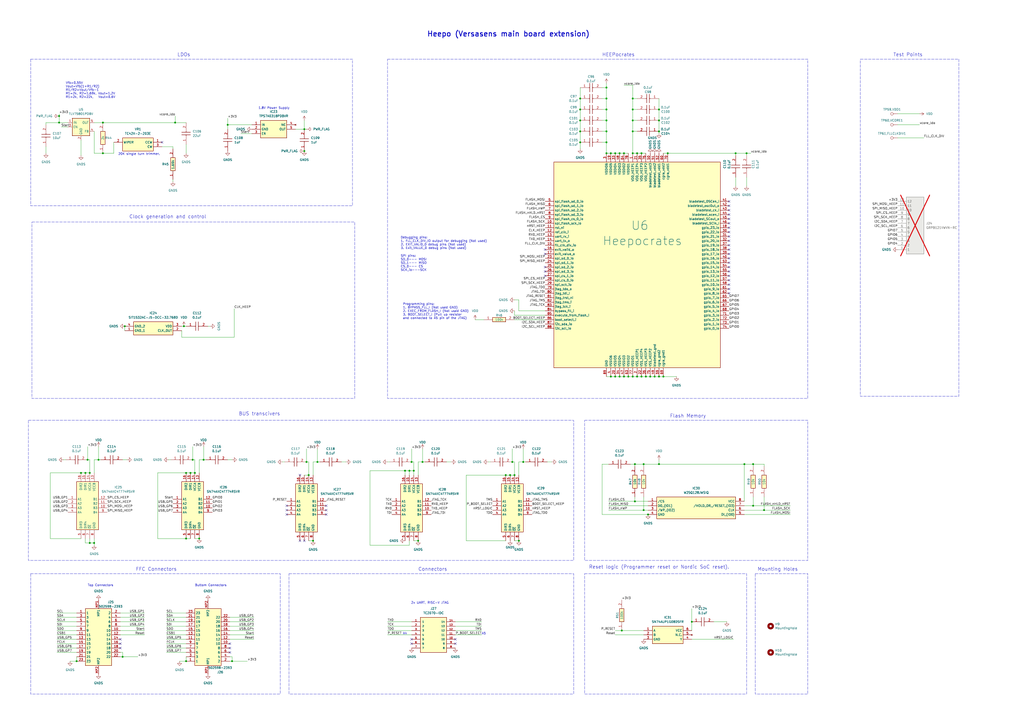
<source format=kicad_sch>
(kicad_sch (version 20230121) (generator eeschema)
  (paper "A2")
  (title_block (title "VersaHeepo") (date "2024-02-20") (rev "00") (company "EPFL, Embedded Systems Laboratory") (comment 1 "Author: Taraneh Aminosharieh Najafi") (comment 2 "Approved: José Angel Miranda Calero"))
  (junction (at 110.49 274.32))
  (junction (at 46.99 274.32))
  (junction (at 134.62 383.54))
  (junction (at 298.45 275.59))
  (junction (at 373.38 269.24))
  (junction (at 356.87 218.44))
  (junction (at 336.55 76.2))
  (junction (at 356.87 88.9))
  (junction (at 368.3 269.24))
  (junction (at 367.03 218.44))
  (junction (at 336.55 57.15))
  (junction (at 113.03 274.32))
  (junction (at 367.03 88.9))
  (junction (at 179.07 275.59))
  (junction (at 177.8 267.97))
  (junction (at 359.41 218.44))
  (junction (at 364.49 218.44))
  (junction (at 382.27 63.5))
  (junction (at 71.12 381))
  (junction (at 351.79 57.15))
  (junction (at 72.39 189.23))
  (junction (at 367.03 69.85))
  (junction (at 351.79 82.55))
  (junction (at 367.03 57.15))
  (junction (at 238.76 267.97))
  (junction (at 377.19 218.44))
  (junction (at 354.33 218.44))
  (junction (at 107.95 274.32))
  (junction (at 384.81 218.44))
  (junction (at 374.65 218.44))
  (junction (at 237.49 273.05))
  (junction (at 59.69 71.12))
  (junction (at 379.73 218.44))
  (junction (at 242.57 313.69))
  (junction (at 336.55 69.85))
  (junction (at 106.68 189.23))
  (junction (at 373.38 295.91))
  (junction (at 436.88 293.37))
  (junction (at 368.3 290.83))
  (junction (at 369.57 218.44))
  (junction (at 52.07 274.32))
  (junction (at 49.53 274.32))
  (junction (at 101.6 71.12))
  (junction (at 354.33 88.9))
  (junction (at 44.45 383.54))
  (junction (at 382.27 69.85))
  (junction (at 443.23 295.91))
  (junction (at 57.15 266.7))
  (junction (at 361.95 88.9))
  (junction (at 300.99 313.69))
  (junction (at 107.95 312.42))
  (junction (at 351.79 76.2))
  (junction (at 34.29 71.12))
  (junction (at 367.03 76.2))
  (junction (at 184.15 267.97))
  (junction (at 426.72 88.9))
  (junction (at 360.68 365.76))
  (junction (at 436.88 269.24))
  (junction (at 359.41 88.9))
  (junction (at 336.55 82.55))
  (junction (at 111.76 266.7))
  (junction (at 52.07 314.96))
  (junction (at 382.27 218.44))
  (junction (at 336.55 63.5))
  (junction (at 176.53 87.63))
  (junction (at 372.11 218.44))
  (junction (at 387.35 88.9))
  (junction (at 369.57 88.9))
  (junction (at 115.57 312.42))
  (junction (at 176.53 74.93))
  (junction (at 351.79 69.85))
  (junction (at 367.03 63.5))
  (junction (at 34.29 67.31))
  (junction (at 303.53 267.97))
  (junction (at 351.79 50.8))
  (junction (at 431.8 269.24))
  (junction (at 372.11 88.9))
  (junction (at 234.95 273.05))
  (junction (at 59.69 88.9))
  (junction (at 297.18 267.97))
  (junction (at 351.79 88.9))
  (junction (at 401.32 360.68))
  (junction (at 50.8 266.7))
  (junction (at 181.61 313.69))
  (junction (at 351.79 63.5))
  (junction (at 245.11 267.97))
  (junction (at 375.92 298.45))
  (junction (at 293.37 275.59))
  (junction (at 54.61 314.96))
  (junction (at 382.27 269.24))
  (junction (at 361.95 218.44))
  (junction (at 240.03 273.05))
  (junction (at 295.91 275.59))
  (junction (at 382.27 76.2))
  (junction (at 433.07 88.9))
  (junction (at 132.08 72.39))
  (junction (at 118.11 266.7))
  (junction (at 107.95 383.54))
  (no_connect (at 69.85 370.84))
  (no_connect (at 264.16 370.84))
  (no_connect (at 422.91 129.54))
  (no_connect (at 316.23 144.78))
  (no_connect (at 93.98 82.55))
  (no_connect (at 189.23 295.91))
  (no_connect (at 422.91 165.1))
  (no_connect (at 422.91 119.38))
  (no_connect (at 422.91 132.08))
  (no_connect (at 173.99 313.69))
  (no_connect (at 238.76 370.84))
  (no_connect (at 69.85 375.92))
  (no_connect (at 422.91 160.02))
  (no_connect (at 316.23 147.32))
  (no_connect (at 166.37 295.91))
  (no_connect (at 176.53 313.69))
  (no_connect (at 133.35 378.46))
  (no_connect (at 422.91 147.32))
  (no_connect (at 422.91 167.64))
  (no_connect (at 422.91 121.92))
  (no_connect (at 422.91 170.18))
  (no_connect (at 264.16 373.38))
  (no_connect (at 189.23 293.37))
  (no_connect (at 422.91 144.78))
  (no_connect (at 422.91 134.62))
  (no_connect (at 316.23 154.94))
  (no_connect (at 422.91 142.24))
  (no_connect (at 69.85 373.38))
  (no_connect (at 422.91 124.46))
  (no_connect (at 133.35 375.92))
  (no_connect (at 422.91 116.84))
  (no_connect (at 422.91 162.56))
  (no_connect (at 316.23 157.48))
  (no_connect (at 166.37 293.37))
  (no_connect (at 189.23 298.45))
  (no_connect (at 316.23 160.02))
  (no_connect (at 422.91 139.7))
  (no_connect (at 422.91 154.94))
  (no_connect (at 173.99 275.59))
  (no_connect (at 422.91 137.16))
  (no_connect (at 422.91 127))
  (no_connect (at 422.91 149.86))
  (no_connect (at 422.91 157.48))
  (no_connect (at 133.35 373.38))
  (no_connect (at 422.91 152.4))
  (no_connect (at 238.76 373.38))
  (no_connect (at 166.37 298.45))
  (wire (pts (xy 336.55 63.5) (xy 336.55 69.85)))
  (wire (pts (xy 96.52 360.68) (xy 107.95 360.68)))
  (wire (pts (xy 69.85 363.22) (xy 83.82 363.22)))
  (wire (pts (xy 107.95 312.42) (xy 110.49 312.42)))
  (wire (pts (xy 264.16 363.22) (xy 279.4 363.22)))
  (wire (pts (xy 69.85 378.46) (xy 71.12 378.46)))
  (wire (pts (xy 49.53 312.42) (xy 49.53 314.96)))
  (wire (pts (xy 96.52 370.84) (xy 107.95 370.84)))
  (wire (pts (xy 349.25 57.15) (xy 351.79 57.15)))
  (wire (pts (xy 59.69 88.9) (xy 66.04 88.9)))
  (wire (pts (xy 101.6 71.12) (xy 107.95 71.12)))
  (wire (pts (xy 52.07 314.96) (xy 54.61 314.96)))
  (wire (pts (xy 33.02 365.76) (xy 44.45 365.76)))
  (wire (pts (xy 387.35 88.9) (xy 426.72 88.9)))
  (wire (pts (xy 317.5 267.97) (xy 320.04 267.97)))
  (wire (pts (xy 433.07 88.9) (xy 435.61 88.9)))
  (wire (pts (xy 351.79 69.85) (xy 351.79 76.2)))
  (wire (pts (xy 237.49 273.05) (xy 237.49 275.59)))
  (wire (pts (xy 431.8 269.24) (xy 431.8 290.83)))
  (wire (pts (xy 135.89 179.07) (xy 135.89 195.58)))
  (wire (pts (xy 259.08 267.97) (xy 261.62 267.97)))
  (wire (pts (xy 359.41 88.9) (xy 361.95 88.9)))
  (wire (pts (xy 237.49 316.23) (xy 237.49 313.69)))
  (wire (pts (xy 113.03 274.32) (xy 113.03 266.7)))
  (wire (pts (xy 369.57 57.15) (xy 367.03 57.15)))
  (wire (pts (xy 132.08 72.39) (xy 146.05 72.39)))
  (wire (pts (xy 91.44 312.42) (xy 91.44 274.32)))
  (wire (pts (xy 134.62 381) (xy 134.62 383.54)))
  (wire (pts (xy 367.03 69.85) (xy 367.03 76.2)))
  (wire (pts (xy 93.98 85.09) (xy 100.33 85.09)))
  (wire (pts (xy 353.06 295.91) (xy 373.38 295.91)))
  (wire (pts (xy 300.99 173.99) (xy 300.99 180.34)))
  (wire (pts (xy 26.67 85.09) (xy 26.67 88.9)))
  (wire (pts (xy 133.35 360.68) (xy 147.32 360.68)))
  (wire (pts (xy 50.8 266.7) (xy 50.8 259.08)))
  (wire (pts (xy 33.02 375.92) (xy 44.45 375.92)))
  (wire (pts (xy 96.52 355.6) (xy 107.95 355.6)))
  (wire (pts (xy 367.03 76.2) (xy 369.57 76.2)))
  (wire (pts (xy 52.07 274.32) (xy 52.07 266.7)))
  (wire (pts (xy 96.52 378.46) (xy 107.95 378.46)))
  (wire (pts (xy 96.52 365.76) (xy 107.95 365.76)))
  (wire (pts (xy 237.49 273.05) (xy 240.03 273.05)))
  (wire (pts (xy 33.02 355.6) (xy 44.45 355.6)))
  (wire (pts (xy 367.03 63.5) (xy 367.03 69.85)))
  (wire (pts (xy 382.27 57.15) (xy 382.27 63.5)))
  (wire (pts (xy 354.33 88.9) (xy 356.87 88.9)))
  (wire (pts (xy 69.85 365.76) (xy 83.82 365.76)))
  (wire (pts (xy 303.53 267.97) (xy 303.53 260.35)))
  (wire (pts (xy 224.79 365.76) (xy 238.76 365.76)))
  (wire (pts (xy 242.57 267.97) (xy 245.11 267.97)))
  (wire (pts (xy 179.07 313.69) (xy 181.61 313.69)))
  (wire (pts (xy 198.12 267.97) (xy 200.66 267.97)))
  (wire (pts (xy 113.03 266.7) (xy 111.76 266.7)))
  (wire (pts (xy 426.72 88.9) (xy 433.07 88.9)))
  (wire (pts (xy 351.79 63.5) (xy 351.79 69.85)))
  (wire (pts (xy 115.57 274.32) (xy 115.57 266.7)))
  (wire (pts (xy 264.16 365.76) (xy 279.4 365.76)))
  (wire (pts (xy 177.8 267.97) (xy 177.8 260.35)))
  (wire (pts (xy 132.08 68.58) (xy 132.08 72.39)))
  (wire (pts (xy 240.03 313.69) (xy 242.57 313.69)))
  (wire (pts (xy 351.79 76.2) (xy 351.79 82.55)))
  (wire (pts (xy 353.06 293.37) (xy 375.92 293.37)))
  (wire (pts (xy 356.87 365.76) (xy 360.68 365.76)))
  (wire (pts (xy 118.11 266.7) (xy 118.11 259.08)))
  (wire (pts (xy 298.45 182.88) (xy 316.23 182.88)))
  (wire (pts (xy 336.55 69.85) (xy 336.55 76.2)))
  (wire (pts (xy 96.52 375.92) (xy 107.95 375.92)))
  (wire (pts (xy 373.38 269.24) (xy 373.38 270.51)))
  (wire (pts (xy 69.85 355.6) (xy 83.82 355.6)))
  (wire (pts (xy 171.45 74.93) (xy 176.53 74.93)))
  (wire (pts (xy 368.3 269.24) (xy 368.3 270.51)))
  (wire (pts (xy 520.7 80.01) (xy 535.94 80.01)))
  (wire (pts (xy 34.29 66.04) (xy 34.29 67.31)))
  (wire (pts (xy 436.88 288.29) (xy 436.88 293.37)))
  (wire (pts (xy 436.88 269.24) (xy 436.88 270.51)))
  (wire (pts (xy 176.53 69.85) (xy 176.53 74.93)))
  (wire (pts (xy 57.15 266.7) (xy 58.42 266.7)))
  (wire (pts (xy 382.27 266.7) (xy 382.27 269.24)))
  (wire (pts (xy 367.03 88.9) (xy 369.57 88.9)))
  (wire (pts (xy 298.45 180.34) (xy 298.45 182.88)))
  (wire (pts (xy 298.45 185.42) (xy 316.23 185.42)))
  (wire (pts (xy 44.45 381) (xy 44.45 383.54)))
  (wire (pts (xy 33.02 363.22) (xy 44.45 363.22)))
  (wire (pts (xy 234.95 273.05) (xy 234.95 275.59)))
  (wire (pts (xy 214.63 316.23) (xy 214.63 273.05)))
  (wire (pts (xy 54.61 71.12) (xy 59.69 71.12)))
  (wire (pts (xy 367.03 63.5) (xy 369.57 63.5)))
  (wire (pts (xy 364.49 218.44) (xy 367.03 218.44)))
  (wire (pts (xy 300.99 173.99) (xy 298.45 173.99)))
  (wire (pts (xy 353.06 269.24) (xy 349.25 269.24)))
  (wire (pts (xy 401.32 353.06) (xy 401.32 360.68)))
  (wire (pts (xy 245.11 267.97) (xy 246.38 267.97)))
  (wire (pts (xy 367.03 76.2) (xy 367.03 88.9)))
  (wire (pts (xy 105.41 195.58) (xy 135.89 195.58)))
  (wire (pts (xy 40.64 383.54) (xy 44.45 383.54)))
  (wire (pts (xy 52.07 266.7) (xy 50.8 266.7)))
  (wire (pts (xy 298.45 313.69) (xy 300.99 313.69)))
  (wire (pts (xy 426.72 107.95) (xy 426.72 102.87)))
  (wire (pts (xy 26.67 71.12) (xy 34.29 71.12)))
  (wire (pts (xy 356.87 218.44) (xy 359.41 218.44)))
  (wire (pts (xy 351.79 82.55) (xy 351.79 88.9)))
  (wire (pts (xy 300.99 275.59) (xy 300.99 267.97)))
  (wire (pts (xy 224.79 267.97) (xy 226.06 267.97)))
  (wire (pts (xy 520.7 66.04) (xy 533.4 66.04)))
  (wire (pts (xy 384.81 88.9) (xy 387.35 88.9)))
  (wire (pts (xy 275.59 185.42) (xy 280.67 185.42)))
  (wire (pts (xy 351.79 57.15) (xy 351.79 63.5)))
  (wire (pts (xy 177.8 74.93) (xy 176.53 74.93)))
  (wire (pts (xy 34.29 71.12) (xy 39.37 71.12)))
  (wire (pts (xy 184.15 267.97) (xy 185.42 267.97)))
  (wire (pts (xy 49.53 314.96) (xy 52.07 314.96)))
  (wire (pts (xy 105.41 195.58) (xy 105.41 191.77)))
  (wire (pts (xy 133.35 370.84) (xy 147.32 370.84)))
  (wire (pts (xy 107.95 83.82) (xy 107.95 88.9)))
  (wire (pts (xy 433.07 88.9) (xy 433.07 90.17)))
  (wire (pts (xy 349.25 69.85) (xy 351.79 69.85)))
  (wire (pts (xy 336.55 76.2) (xy 336.55 82.55)))
  (wire (pts (xy 46.99 274.32) (xy 49.53 274.32)))
  (wire (pts (xy 96.52 358.14) (xy 107.95 358.14)))
  (wire (pts (xy 134.62 383.54) (xy 133.35 383.54)))
  (wire (pts (xy 351.79 218.44) (xy 354.33 218.44)))
  (wire (pts (xy 382.27 269.24) (xy 431.8 269.24)))
  (wire (pts (xy 100.33 85.09) (xy 100.33 86.36)))
  (wire (pts (xy 368.3 288.29) (xy 368.3 290.83)))
  (wire (pts (xy 100.33 105.41) (xy 100.33 104.14)))
  (wire (pts (xy 179.07 267.97) (xy 177.8 267.97)))
  (wire (pts (xy 133.35 358.14) (xy 147.32 358.14)))
  (wire (pts (xy 379.73 218.44) (xy 382.27 218.44)))
  (wire (pts (xy 384.81 218.44) (xy 392.43 218.44)))
  (wire (pts (xy 54.61 274.32) (xy 54.61 266.7)))
  (wire (pts (xy 298.45 267.97) (xy 298.45 275.59)))
  (wire (pts (xy 368.3 290.83) (xy 375.92 290.83)))
  (wire (pts (xy 426.72 88.9) (xy 426.72 90.17)))
  (wire (pts (xy 297.18 267.97) (xy 297.18 260.35)))
  (wire (pts (xy 224.79 368.3) (xy 238.76 368.3)))
  (wire (pts (xy 351.79 88.9) (xy 354.33 88.9)))
  (wire (pts (xy 110.49 274.32) (xy 113.03 274.32)))
  (wire (pts (xy 240.03 267.97) (xy 238.76 267.97)))
  (wire (pts (xy 181.61 267.97) (xy 184.15 267.97)))
  (wire (pts (xy 369.57 88.9) (xy 372.11 88.9)))
  (wire (pts (xy 336.55 50.8) (xy 336.55 57.15)))
  (wire (pts (xy 107.95 274.32) (xy 110.49 274.32)))
  (wire (pts (xy 436.88 269.24) (xy 443.23 269.24)))
  (wire (pts (xy 270.51 313.69) (xy 270.51 275.59)))
  (wire (pts (xy 34.29 67.31) (xy 34.29 71.12)))
  (wire (pts (xy 382.27 63.5) (xy 382.27 69.85)))
  (wire (pts (xy 293.37 275.59) (xy 295.91 275.59)))
  (wire (pts (xy 458.47 298.45) (xy 431.8 298.45)))
  (wire (pts (xy 373.38 269.24) (xy 382.27 269.24)))
  (wire (pts (xy 91.44 274.32) (xy 107.95 274.32)))
  (wire (pts (xy 349.25 269.24) (xy 349.25 298.45)))
  (wire (pts (xy 96.52 363.22) (xy 107.95 363.22)))
  (wire (pts (xy 369.57 218.44) (xy 372.11 218.44)))
  (wire (pts (xy 176.53 275.59) (xy 179.07 275.59)))
  (wire (pts (xy 46.99 312.42) (xy 29.21 312.42)))
  (wire (pts (xy 431.8 269.24) (xy 436.88 269.24)))
  (wire (pts (xy 356.87 368.3) (xy 373.38 368.3)))
  (wire (pts (xy 373.38 295.91) (xy 375.92 295.91)))
  (wire (pts (xy 298.45 267.97) (xy 297.18 267.97)))
  (wire (pts (xy 71.12 266.7) (xy 73.66 266.7)))
  (wire (pts (xy 336.55 82.55) (xy 336.55 86.36)))
  (wire (pts (xy 401.32 370.84) (xy 425.45 370.84)))
  (wire (pts (xy 96.52 373.38) (xy 107.95 373.38)))
  (wire (pts (xy 107.95 312.42) (xy 91.44 312.42)))
  (wire (pts (xy 351.79 48.26) (xy 351.79 50.8)))
  (wire (pts (xy 349.25 63.5) (xy 351.79 63.5)))
  (wire (pts (xy 96.52 368.3) (xy 107.95 368.3)))
  (wire (pts (xy 163.83 267.97) (xy 165.1 267.97)))
  (wire (pts (xy 224.79 363.22) (xy 238.76 363.22)))
  (wire (pts (xy 118.11 266.7) (xy 119.38 266.7)))
  (wire (pts (xy 242.57 275.59) (xy 242.57 267.97)))
  (wire (pts (xy 97.79 266.7) (xy 99.06 266.7)))
  (wire (pts (xy 234.95 273.05) (xy 237.49 273.05)))
  (wire (pts (xy 367.03 57.15) (xy 367.03 63.5)))
  (wire (pts (xy 33.02 373.38) (xy 44.45 373.38)))
  (wire (pts (xy 36.83 266.7) (xy 38.1 266.7)))
  (wire (pts (xy 365.76 269.24) (xy 368.3 269.24)))
  (wire (pts (xy 295.91 275.59) (xy 298.45 275.59)))
  (wire (pts (xy 382.27 76.2) (xy 382.27 77.47)))
  (wire (pts (xy 433.07 107.95) (xy 433.07 102.87)))
  (wire (pts (xy 133.35 381) (xy 134.62 381)))
  (wire (pts (xy 367.03 49.53) (xy 367.03 57.15)))
  (wire (pts (xy 382.27 218.44) (xy 384.81 218.44)))
  (wire (pts (xy 143.51 383.54) (xy 134.62 383.54)))
  (wire (pts (xy 431.8 295.91) (xy 443.23 295.91)))
  (wire (pts (xy 69.85 360.68) (xy 83.82 360.68)))
  (wire (pts (xy 354.33 218.44) (xy 356.87 218.44)))
  (wire (pts (xy 372.11 218.44) (xy 374.65 218.44)))
  (wire (pts (xy 303.53 267.97) (xy 304.8 267.97)))
  (wire (pts (xy 179.07 275.59) (xy 179.07 267.97)))
  (wire (pts (xy 69.85 358.14) (xy 83.82 358.14)))
  (wire (pts (xy 300.99 267.97) (xy 303.53 267.97)))
  (wire (pts (xy 46.99 81.28) (xy 46.99 90.17)))
  (wire (pts (xy 69.85 368.3) (xy 83.82 368.3)))
  (wire (pts (xy 377.19 218.44) (xy 379.73 218.44)))
  (wire (pts (xy 238.76 267.97) (xy 238.76 260.35)))
  (wire (pts (xy 361.95 88.9) (xy 364.49 88.9)))
  (wire (pts (xy 133.35 365.76) (xy 147.32 365.76)))
  (wire (pts (xy 181.61 275.59) (xy 181.61 267.97)))
  (wire (pts (xy 264.16 360.68) (xy 279.4 360.68)))
  (wire (pts (xy 72.39 189.23) (xy 72.39 191.77)))
  (wire (pts (xy 401.32 360.68) (xy 401.32 365.76)))
  (wire (pts (xy 26.67 71.12) (xy 26.67 72.39)))
  (wire (pts (xy 104.14 383.54) (xy 107.95 383.54)))
  (wire (pts (xy 184.15 267.97) (xy 184.15 260.35)))
  (wire (pts (xy 133.35 368.3) (xy 147.32 368.3)))
  (wire (pts (xy 54.61 316.23) (xy 54.61 314.96)))
  (wire (pts (xy 35.56 73.66) (xy 39.37 73.66)))
  (wire (pts (xy 359.41 218.44) (xy 361.95 218.44)))
  (wire (pts (xy 54.61 88.9) (xy 59.69 88.9)))
  (wire (pts (xy 336.55 57.15) (xy 336.55 63.5)))
  (wire (pts (xy 106.68 189.23) (xy 105.41 189.23)))
  (wire (pts (xy 113.03 312.42) (xy 115.57 312.42)))
  (wire (pts (xy 33.02 378.46) (xy 44.45 378.46)))
  (wire (pts (xy 367.03 69.85) (xy 369.57 69.85)))
  (wire (pts (xy 300.99 180.34) (xy 316.23 180.34)))
  (wire (pts (xy 224.79 360.68) (xy 238.76 360.68)))
  (wire (pts (xy 111.76 266.7) (xy 111.76 259.08)))
  (wire (pts (xy 101.6 67.31) (xy 101.6 71.12)))
  (wire (pts (xy 133.35 363.22) (xy 147.32 363.22)))
  (wire (pts (xy 458.47 293.37) (xy 436.88 293.37)))
  (wire (pts (xy 368.3 269.24) (xy 373.38 269.24)))
  (wire (pts (xy 353.06 290.83) (xy 368.3 290.83)))
  (wire (pts (xy 33.02 370.84) (xy 44.45 370.84)))
  (wire (pts (xy 367.03 218.44) (xy 369.57 218.44)))
  (wire (pts (xy 214.63 316.23) (xy 237.49 316.23)))
  (wire (pts (xy 29.21 274.32) (xy 46.99 274.32)))
  (wire (pts (xy 33.02 368.3) (xy 44.45 368.3)))
  (wire (pts (xy 349.25 298.45) (xy 375.92 298.45)))
  (wire (pts (xy 146.05 77.47) (xy 139.7 77.47)))
  (wire (pts (xy 71.12 378.46) (xy 71.12 381)))
  (wire (pts (xy 107.95 189.23) (xy 106.68 189.23)))
  (wire (pts (xy 33.02 358.14) (xy 44.45 358.14)))
  (wire (pts (xy 54.61 88.9) (xy 54.61 76.2)))
  (wire (pts (xy 270.51 275.59) (xy 293.37 275.59)))
  (wire (pts (xy 120.65 189.23) (xy 121.92 189.23)))
  (wire (pts (xy 356.87 88.9) (xy 359.41 88.9)))
  (wire (pts (xy 132.08 72.39) (xy 132.08 74.93)))
  (wire (pts (xy 443.23 288.29) (xy 443.23 295.91)))
  (wire (pts (xy 293.37 313.69) (xy 270.51 313.69)))
  (wire (pts (xy 57.15 266.7) (xy 57.15 259.08)))
  (wire (pts (xy 115.57 266.7) (xy 118.11 266.7)))
  (wire (pts (xy 283.21 267.97) (xy 284.48 267.97)))
  (wire (pts (xy 436.88 293.37) (xy 431.8 293.37)))
  (wire (pts (xy 443.23 295.91) (xy 458.47 295.91)))
  (wire (pts (xy 54.61 266.7) (xy 57.15 266.7)))
  (wire (pts (xy 214.63 273.05) (xy 234.95 273.05)))
  (wire (pts (xy 66.04 82.55) (xy 66.04 88.9)))
  (wire (pts (xy 240.03 273.05) (xy 240.03 267.97)))
  (wire (pts (xy 71.12 381) (xy 69.85 381)))
  (wire (pts (xy 421.64 360.68) (xy 414.02 360.68)))
  (wire (pts (xy 132.08 266.7) (xy 134.62 266.7)))
  (wire (pts (xy 520.7 72.39) (xy 533.4 72.39)))
  (wire (pts (xy 59.69 71.12) (xy 101.6 71.12)))
  (wire (pts (xy 443.23 269.24) (xy 443.23 270.51)))
  (wire (pts (xy 374.65 218.44) (xy 377.19 218.44)))
  (wire (pts (xy 240.03 275.59) (xy 240.03 273.05)))
  (wire (pts (xy 349.25 82.55) (xy 351.79 82.55)))
  (wire (pts (xy 382.27 69.85) (xy 382.27 76.2)))
  (wire (pts (xy 49.53 274.32) (xy 52.07 274.32)))
  (wire (pts (xy 361.95 49.53) (xy 367.03 49.53)))
  (wire (pts (xy 80.01 381) (xy 71.12 381)))
  (wire (pts (xy 372.11 88.9) (xy 374.65 88.9)))
  (wire (pts (xy 107.95 381) (xy 107.95 383.54)))
  (wire (pts (xy 361.95 218.44) (xy 364.49 218.44)))
  (wire (pts (xy 349.25 76.2) (xy 351.79 76.2)))
  (wire (pts (xy 264.16 368.3) (xy 279.4 368.3)))
  (wire (pts (xy 351.79 50.8) (xy 351.79 57.15)))
  (wire (pts (xy 360.68 365.76) (xy 373.38 365.76)))
  (wire (pts (xy 33.02 360.68) (xy 44.45 360.68)))
  (wire (pts (xy 245.11 267.97) (xy 245.11 260.35)))
  (wire (pts (xy 29.21 312.42) (xy 29.21 274.32)))
  (wire (pts (xy 54.61 314.96) (xy 54.61 312.42)))
  (wire (pts (xy 349.25 50.8) (xy 351.79 50.8)))
  (wire (pts (xy 52.07 312.42) (xy 52.07 314.96)))
  (wire (pts (xy 373.38 288.29) (xy 373.38 295.91)))
  (rectangle (start 339.09 243.84) (end 468.63 325.12) (stroke (width 0) (type dash)))
  (rectangle (start 438.15 332.74) (end 468.63 402.59) (stroke (width 0) (type dash)))
  (rectangle (start 339.09 332.74) (end 433.07 402.59) (stroke (width 0) (type dash)))
  (rectangle (start 224.79 34.29) (end 468.63 231.14) (stroke (width 0) (type dash)))
  (rectangle (start 16.51 243.84) (end 332.74 325.12) (stroke (width 0) (type dash)))
  (rectangle (start 499.11 34.29) (end 556.26 229.87) (stroke (width 0) (type dash)))
  (rectangle (start 250.19 332.74) (end 250.19 332.74))
  (rectangle (start 167.64 332.74) (end 332.74 402.59) (stroke (width 0) (type dash)))
  (rectangle (start 17.78 34.29) (end 204.47 119.38) (stroke (width 0) (type dash)))
  (rectangle (start 18.542 128.778) (end 205.74 231.14) (stroke (width 0) (type dash)))
  (rectangle (start 17.78 332.74) (end 162.56 402.59) (stroke (width 0) (type dash)))
  (text "BUS transcivers" (at 138.43 241.3 0) (effects (font (size 2 2)) (justify left bottom)))
  (text "SPI pins:\nSD_0--- MOSI\nSD_1--- MISO\nCS_0--- CS\nSCK_io---SCK\n" (at 232.41 157.48 0) (effects (font (size 1.27 1.27)) (justify left bottom)))
  (text "Reset logic (Programmer reset or Nordic SoC reset)." (at 341.63 330.2 0) (effects (font (size 2 2)) (justify left bottom)))
  (text "Vfb=0.55V\nVout=Vfb(1+R1/R2)\nR1/R2=Vout/Vfb-1\nR1=2k, R2=1.69k, Vout=1.2V\nR1=2k, R2=22k,   Vout=0.6V" (at 38.1 57.15 0) (effects (font (size 1.27 1.27)) (justify left bottom)))
  (text "Heepo (Versasens main board extension)" (at 247.65 21.59 0) (effects (font (size 3 3) (thickness 0.454) bold) (justify left bottom)))
  (text "A4" (at 233.68 368.3 0) (effects (font (size 1.27 1.27)) (justify left bottom)))
  (text "Test Points\n" (at 518.16 33.02 0) (effects (font (size 2 2)) (justify left bottom)))
  (text "Buttom Connectors" (at 113.03 340.36 0) (effects (font (size 1.27 1.27)) (justify left bottom)))
  (text "2x UART, RISC-V JTAG" (at 260.35 350.52 0) (effects (font (size 1.27 1.27)) (justify right bottom)))
  (text "Debugging pins:\n1. FLL_CLK_DIV_IO output for debugging (Not used)\n2. EXIT_VALID_0 debug pins (Not used)\n3. Exit_VALUE_0 debug pins (Not used)\n" (at 232.41 144.78 0) (effects (font (size 1.27 1.27)) (justify left bottom)))
  (text "Clock generation and control" (at 74.93 127 0) (effects (font (size 2 2)) (justify left bottom)))
  (text "Flash Memory" (at 388.62 242.57 0) (effects (font (size 2 2)) (justify left bottom)))
  (text "Programming pins:\n1. BYPASS_FLL_I (Not used GND)\n2. EXEC_FROM_FLASH_I (Not used GND)\n3. BOOT_SELECT_I (Pull up resistor \nand connected to A5 pin of the JTAG)\n" (at 233.68 185.42 0) (effects (font (size 1.27 1.27)) (justify left bottom)))
  (text "Mounting Holes" (at 439.42 331.47 0) (effects (font (size 2 2)) (justify left bottom)))
  (text "Connectors" (at 242.57 331.47 0) (effects (font (size 2 2)) (justify left bottom)))
  (text "LDOs" (at 102.87 33.02 0) (effects (font (size 2 2)) (justify left bottom)))
  (text "HEEPocrates" (at 349.25 33.02 0) (effects (font (size 2 2)) (justify left bottom)))
  (text "Top Connectors" (at 50.8 340.36 0) (effects (font (size 1.27 1.27)) (justify left bottom)))
  (text "20K single turn trimmer." (at 68.58 90.17 0) (effects (font (size 1.27 1.27)) (justify left bottom)))
  (text "A5" (at 279.4 368.3 0) (effects (font (size 1.27 1.27)) (justify left bottom)))
  (text "1.8V Power Supply\n" (at 149.86 63.5 0) (effects (font (size 1.27 1.27)) (justify left bottom)))
  (text "FFC Connectors" (at 78.74 331.47 0) (effects (font (size 2 2)) (justify left bottom)))
  (label "USB_GP3" (at 83.82 360.68 180))
  (label "GPIO1" (at 422.91 187.96 0))
  (label "JTAG_TCK" (at 316.23 177.8 180))
  (label "+3V3" (at 143.51 383.54 0))
  (label "I2C_SCL_HEEP" (at 520.7 132.08 180))
  (label "SPI_CS_HEEP" (at 316.23 162.56 180))
  (label "JTAG_TDO" (at 308.61 298.45 0))
  (label "TCK" (at 227.33 290.83 180))
  (label "I2C_SDA_HEEP" (at 316.23 187.96 180))
  (label "CSB1" (at 96.52 368.3 0))
  (label "FLL_CLK_DIV" (at 535.94 80.01 0))
  (label "vcore_ldo" (at 533.4 72.39 0))
  (label "SPI_MISO_HEEP" (at 520.7 121.92 180))
  (label "SPI_CS_HEEP" (at 520.7 124.46 180))
  (label "TMS" (at 279.4 365.76 180))
  (label "SPI_CS_HEEP" (at 62.23 289.56 0))
  (label "SPI_MISO_HEEP" (at 62.23 297.18 0))
  (label "USB_GP1" (at 39.37 289.56 180))
  (label "FLASH_MISO" (at 316.23 119.38 180))
  (label "GPIO4" (at 422.91 180.34 0))
  (label "USB_GP1" (at 147.32 358.14 180))
  (label "USB_GP6" (at 100.33 294.64 180))
  (label "GPIO5" (at 422.91 177.8 0))
  (label "JTAG_RESET" (at 316.23 172.72 180))
  (label "RX0_HEEP" (at 316.23 137.16 180))
  (label "USB_GP7" (at 100.33 297.18 180))
  (label "JTAG_TMS" (at 308.61 290.83 0))
  (label "vcore_ldo" (at 435.61 88.9 0))
  (label "GPIO1" (at 123.19 292.1 0))
  (label "+3V3" (at 401.32 353.06 0))
  (label "FLASH_nWP" (at 316.23 121.92 180))
  (label "TX0" (at 224.79 360.68 0))
  (label "nRST_LOGIC" (at 425.45 370.84 180))
  (label "SPI_MOSI_HEEP" (at 520.7 119.38 180))
  (label "SDA" (at 33.02 358.14 0))
  (label "RX0_HEEP" (at 250.19 293.37 0))
  (label "TDO" (at 224.79 365.76 0))
  (label "USB_GP5" (at 100.33 292.1 180))
  (label "FLASH_MISO" (at 353.06 293.37 0))
  (label "TDO" (at 285.75 298.45 180))
  (label "USB_GP3" (at 147.32 363.22 180))
  (label "USB_GP6" (at 33.02 375.92 0))
  (label "P_RESET" (at 356.87 365.76 180))
  (label "TCK" (at 224.79 363.22 0))
  (label "USB_GP4" (at 147.32 365.76 180))
  (label "TX0_HEEP" (at 250.19 295.91 0))
  (label "nRST_LOGIC" (at 285.75 295.91 180))
  (label "+3V3" (at 177.8 260.35 0))
  (label "+3V3" (at 111.76 259.08 0))
  (label "P_RESET" (at 166.37 290.83 180))
  (label "GPIO6" (at 520.7 137.16 180))
  (label "SPI_MOSI_HEEP" (at 62.23 294.64 0))
  (label "GPIO7" (at 422.91 172.72 0))
  (label "USB_GP4" (at 83.82 363.22 180))
  (label "SCL" (at 96.52 355.6 0))
  (label "CLK_HEEP" (at 135.89 179.07 0))
  (label "P_BOOT_SELECT" (at 285.75 293.37 180))
  (label "RX0" (at 227.33 295.91 180))
  (label "TX0_HEEP" (at 316.23 139.7 180))
  (label "FLASH_SCK" (at 458.47 295.91 180))
  (label "TMS" (at 285.75 290.83 180))
  (label "CLK_HEEP" (at 316.23 134.62 180))
  (label "FLASH_CS" (at 316.23 127 180))
  (label "USB_GP7" (at 96.52 378.46 0))
  (label "+3V3" (at 132.08 68.58 0))
  (label "GPIO7" (at 520.7 134.62 180))
  (label "USB_GP5" (at 96.52 370.84 0))
  (label "FLL_CLK_DIV" (at 316.23 142.24 180))
  (label "I2C_SCL_HEEP" (at 316.23 190.5 180))
  (label "USB_GP4" (at 39.37 297.18 180))
  (label "Reset" (at 83.82 368.3 180))
  (label "USB_GP3" (at 39.37 294.64 180))
  (label "+3V3" (at 520.7 116.84 180))
  (label "GPIO5" (at 520.7 139.7 180))
  (label "JTAG_TCK" (at 250.19 290.83 0))
  (label "BOOT_SELECT_HEEP" (at 308.61 293.37 0))
  (label "SPI_SCK_HEEP" (at 62.23 292.1 0))
  (label "+3V3" (at 238.76 260.35 0))
  (label "FLASH_SCK" (at 316.23 129.54 180))
  (label "USB_GP1" (at 83.82 355.6 180))
  (label "GPIO3" (at 123.19 297.18 0))
  (label "FCLK" (at 96.52 373.38 0))
  (label "USB_GP6" (at 96.52 375.92 0))
  (label "P_RESET" (at 224.79 368.3 0))
  (label "GPIO0" (at 422.91 190.5 0))
  (label "I2C_SDA_HEEP" (at 520.7 129.54 180))
  (label "TDI" (at 227.33 298.45 180))
  (label "JTAG_TMS" (at 316.23 175.26 180))
  (label "JTAG_TDI" (at 316.23 170.18 180))
  (label "USB_GP2" (at 147.32 360.68 180))
  (label "Start" (at 83.82 365.76 180))
  (label "SPI_MISO_HEEP" (at 316.23 152.4 180))
  (label "GPIO6" (at 422.91 175.26 0))
  (label "CSB1" (at 33.02 368.3 0))
  (label "RX0" (at 279.4 360.68 180))
  (label "FLASH_nWP" (at 353.06 295.91 0))
  (label "+3V3" (at 34.29 66.04 0))
  (label "SDI" (at 96.52 363.22 0))
  (label "USB_GP2" (at 83.82 358.14 180))
  (label "nRST_HEEP" (at 316.23 132.08 180))
  (label "USB_GP7" (at 33.02 378.46 0))
  (label "+3V3" (at 50.8 259.08 0))
  (label "+3V3" (at 360.68 347.98 0))
  (label "GPIO0" (at 123.19 289.56 0))
  (label "FCLK" (at 33.02 373.38 0))
  (label "GPIO3" (at 422.91 182.88 0))
  (label "SPI_SCK_HEEP" (at 520.7 127 180))
  (label "GPIO2" (at 422.91 185.42 0))
  (label "vcore_ldo" (at 101.6 67.31 180))
  (label "SCL" (at 33.02 355.6 0))
  (label "FLASH_MOSI" (at 316.23 116.84 180))
  (label "P_BOOT_SELECT" (at 279.4 368.3 180))
  (label "Start" (at 147.32 368.3 180))
  (label "FLASH_nHLD_nRST" (at 458.47 293.37 180))
  (label "Reset" (at 356.87 368.3 180))
  (label "Start" (at 100.33 289.56 180))
  (label "JTAG_TDI" (at 250.19 298.45 0))
  (label "TDI" (at 279.4 363.22 180))
  (label "+3V3" (at 297.18 260.35 0))
  (label "TX0" (at 227.33 293.37 180))
  (label "Start" (at 139.7 77.47 0))
  (label "vcore_ldo" (at 361.95 49.53 0))
  (label "Start" (at 35.56 73.66 0))
  (label "SCLK" (at 96.52 360.68 0))
  (label "SDO" (at 96.52 365.76 0))
  (label "JTAG_TDO" (at 316.23 167.64 180))
  (label "GPIO2" (at 123.19 294.64 0))
  (label "FLASH_CS" (at 353.06 290.83 0))
  (label "SPI_MOSI_HEEP" (at 316.23 149.86 180))
  (label "GPIO4" (at 520.7 142.24 180))
  (label "nRST_HEEP" (at 308.61 295.91 0))
  (label "Reset" (at 147.32 370.84 180))
  (label "SCLK" (at 33.02 360.68 0))
  (label "JTAG_RESET" (at 189.23 290.83 0))
  (label "SDI" (at 33.02 363.22 0))
  (label "SPI_SCK_HEEP" (at 316.23 165.1 180))
  (label "SDA" (at 96.52 358.14 0))
  (label "USB_GP2" (at 39.37 292.1 180))
  (label "SDO" (at 33.02 365.76 0))
  (label "BOOT_SELECT_HEEP" (at 316.23 185.42 180))
  (label "+3V3" (at 80.01 381 0))
  (label "FLASH_nHLD_nRST" (at 316.23 124.46 180))
  (label "USB_GP5" (at 33.02 370.84 0))
  (label "FLASH_MOSI" (at 458.47 298.45 180))
  (symbol (lib_id "SamacSys_Parts:GRM187R61A226ME15D") (at 107.95 83.82 90) (unit 1)
    (property "Reference" "C106" (at 111.76 76.2 90) (effects (justify right)))
    (property "Value" "22uF" (at 111.76 78.74 90) (effects (justify right)))
    (property "Footprint" "CAPC1608X80N" (effects hide))
    (property "Height" "0.8" (effects hide))
    (property "Mouser Part Number" "81-GRM187R61A226ME5D" (effects hide))
    (property "Mouser Price/Stock" "https://www.mouser.co.uk/ProductDetail/Murata-Electronics/GRM187R61A226ME15D?qs=I53XXhTNm8uUaeh8Eawx4Q%3D%3D" (effects hide))
    (property "Manufacturer_Name" "Murata Electronics" (effects hide))
    (property "Manufacturer_Part_Number" "GRM187R61A226ME15D" (effects hide))
  )
  (symbol (lib_id "power:GNDS") (at 300.99 313.69 0) (unit 1)
    (property "Reference" "#PWR054" (effects hide))
    (property "Value" "GNDS" (at 300.99 318.77 0))
  )
  (symbol (lib_id "SamacSys_Parts:502598-2393") (at 57.15 347.98 270) (unit 1)
    (property "Reference" "J25" (at 66.04 349.25 90) (effects (justify right)))
    (property "Value" "502598-2393" (at 71.12 351.79 90) (effects (justify right)))
    (property "Footprint" "5025982393" (effects hide))
    (property "Datasheet" "https://datasheet.datasheetarchive.com/originals/distributors/Datasheets_SAMA/2885d40b564cc84720dbe7ef1d953276.pdf" (effects hide))
    (property "Height" "1.15" (effects hide))
    (property "Mouser Part Number" "538-502598-2393" (effects hide))
    (property "Mouser Price/Stock" "https://www.mouser.co.uk/ProductDetail/Molex/502598-2393?qs=y1vSg4rOnUI4XfeXs%2F0sEA%3D%3D" (effects hide))
    (property "Manufacturer_Name" "Molex" (effects hide))
    (property "Manufacturer_Part_Number" "502598-2393" (effects hide))
  )
  (symbol (lib_id "power:VDD") (at 118.11 259.08 0) (unit 1)
    (property "Reference" "#PWR030" (effects hide))
    (property "Value" "VDD" (at 118.11 255.27 0))
  )
  (symbol (lib_id "power:VDD") (at 351.79 48.26 0) (unit 1)
    (property "Reference" "#PWR01" (effects hide))
    (property "Value" "VDD" (at 351.79 43.18 0))
  )
  (symbol (lib_id "SamacSys_Parts:C0402C104K9PACTU") (at 336.55 69.85 0) (unit 1)
    (property "Reference" "C101" (at 332.74 68.58 0))
    (property "Value" "0.1uF" (at 332.74 71.12 0))
    (property "Footprint" "C0402C104J4RACTU" (effects hide))
    (property "Datasheet" "https://content.kemet.com/datasheets/KEM_C1002_X7R_SMD.pdf" (effects hide))
    (property "Height" "0.55" (effects hide))
    (property "Mouser Part Number" "80-C0402C104K9P" (effects hide))
    (property "Mouser Price/Stock" "https://www.mouser.co.uk/ProductDetail/KEMET/C0402C104K9PACTU?qs=DBJr%252BvBUjU7yQ9iUbxvTPw%3D%3D" (effects hide))
    (property "Manufacturer_Name" "KEMET" (effects hide))
    (property "Manufacturer_Part_Number" "C0402C104K9PACTU" (effects hide))
  )
  (symbol (lib_id "power:GNDS") (at 54.61 316.23 0) (unit 1)
    (property "Reference" "#PWR055" (effects hide))
    (property "Value" "GNDS" (at 54.61 321.31 0))
  )
  (symbol (lib_id "power:GNDS") (at 36.83 266.7 270) (unit 1)
    (property "Reference" "#PWR037" (effects hide))
    (property "Value" "GNDS" (at 33.02 266.7 90) (effects (justify right)))
  )
  (symbol (lib_id "power:GNDS") (at 134.62 266.7 90) (unit 1)
    (property "Reference" "#PWR040" (effects hide))
    (property "Value" "GNDS" (at 138.43 266.7 90) (effects (justify right)))
  )
  (symbol (lib_id "SamacSys_Parts:502598-2393") (at 120.65 391.16 270) (mirror x) (unit 1)
    (property "Reference" "J26" (at 129.54 389.89 90) (effects (justify right)))
    (property "Value" "502598-2393" (at 134.62 387.35 90) (effects (justify right)))
    (property "Footprint" "5025982393" (effects hide))
    (property "Datasheet" "https://datasheet.datasheetarchive.com/originals/distributors/Datasheets_SAMA/2885d40b564cc84720dbe7ef1d953276.pdf" (effects hide))
    (property "Height" "1.15" (effects hide))
    (property "Mouser Part Number" "538-502598-2393" (effects hide))
    (property "Mouser Price/Stock" "https://www.mouser.co.uk/ProductDetail/Molex/502598-2393?qs=y1vSg4rOnUI4XfeXs%2F0sEA%3D%3D" (effects hide))
    (property "Manufacturer_Name" "Molex" (effects hide))
    (property "Manufacturer_Part_Number" "502598-2393" (effects hide))
  )
  (symbol (lib_id "SamacSys_Parts:SIT1532AC-J5-DCC-32.768D") (at 72.39 189.23 0) (unit 1)
    (property "Reference" "IC24" (at 88.9 181.61 0))
    (property "Value" "SIT1532AC-J5-DCC-32.768D" (at 88.9 184.15 0))
    (property "Footprint" "SIT1532ACJ5DCC32768D" (effects hide))
    (property "Datasheet" "https://www.sitime.com/datasheet/SiT1532" (effects hide))
    (property "Height" "0.6" (effects hide))
    (property "Mouser Part Number" "788-1532ACJ5DCC32.7D" (effects hide))
    (property "Mouser Price/Stock" "https://www.mouser.co.uk/ProductDetail/SiTime/SIT1532AC-J5-DCC-32768D?qs=dMZC7um9hO%2FgFQ4wFMXsCg%3D%3D" (effects hide))
    (property "Manufacturer_Name" "SiTime" (effects hide))
    (property "Manufacturer_Part_Number" "SIT1532AC-J5-DCC-32.768D" (effects hide))
  )
  (symbol (lib_id "SamacSys_Parts:C0402C104K9PACTU") (at 304.8 267.97 0) (unit 1)
    (property "Reference" "C122" (at 311.15 260.35 0))
    (property "Value" "0.1uF" (at 311.15 262.89 0))
    (property "Footprint" "C0402C104J4RACTU" (effects hide))
    (property "Datasheet" "https://content.kemet.com/datasheets/KEM_C1002_X7R_SMD.pdf" (effects hide))
    (property "Height" "0.55" (effects hide))
    (property "Mouser Part Number" "80-C0402C104K9P" (effects hide))
    (property "Mouser Price/Stock" "https://www.mouser.co.uk/ProductDetail/KEMET/C0402C104K9PACTU?qs=DBJr%252BvBUjU7yQ9iUbxvTPw%3D%3D" (effects hide))
    (property "Manufacturer_Name" "KEMET" (effects hide))
    (property "Manufacturer_Part_Number" "C0402C104K9PACTU" (effects hide))
  )
  (symbol (lib_id "power:GNDS") (at 72.39 189.23 270) (unit 1)
    (property "Reference" "#PWR023" (effects hide))
    (property "Value" "GNDS" (at 68.58 189.23 90) (effects (justify right)))
  )
  (symbol (lib_id "power:GNDS") (at 132.08 87.63 0) (unit 1)
    (property "Reference" "#PWR010" (effects hide))
    (property "Value" "GNDS" (at 132.08 92.71 0))
  )
  (symbol (lib_id "SamacSys_Parts:GRM155R70J105KA12J") (at 132.08 87.63 90) (unit 1)
    (property "Reference" "C108" (at 135.89 80.01 90) (effects (justify right)))
    (property "Value" "1uF" (at 135.89 82.55 90) (effects (justify right)))
    (property "Footprint" "CAPC1005X55N" (effects hide))
    (property "Datasheet" "http://www.murata.com/~/media/webrenewal/support/library/catalog/products/capacitor/mlcc/c02e.pdf" (effects hide))
    (property "Height" "0.55" (effects hide))
    (property "Mouser Part Number" "81-GRM155R70J105KA2J" (effects hide))
    (property "Mouser Price/Stock" "https://www.mouser.co.uk/ProductDetail/Murata-Electronics/GRM155R70J105KA12J?qs=hNud%2FORuBR2N0lYMgRaehA%3D%3D" (effects hide))
    (property "Manufacturer_Name" "Murata Electronics" (effects hide))
    (property "Manufacturer_Part_Number" "GRM155R70J105KA12J" (effects hide))
  )
  (symbol (lib_id "power:GNDS") (at 433.07 107.95 0) (unit 1)
    (property "Reference" "#PWR020" (effects hide))
    (property "Value" "GNDS" (at 433.07 113.03 0))
  )
  (symbol (lib_id "power:GNDS") (at 242.57 313.69 0) (unit 1)
    (property "Reference" "#PWR052" (effects hide))
    (property "Value" "GNDS" (at 242.57 318.77 0))
  )
  (symbol (lib_id "power:GNDS") (at 421.64 360.68 0) (unit 1)
    (property "Reference" "#PWR060" (effects hide))
    (property "Value" "GNDS" (at 421.64 365.76 0))
  )
  (symbol (lib_id "SamacSys_Parts:C0402C104K9PACTU") (at 119.38 266.7 0) (unit 1)
    (property "Reference" "C116" (at 125.73 259.08 0))
    (property "Value" "0.1uF" (at 125.73 261.62 0))
    (property "Footprint" "C0402C104J4RACTU" (effects hide))
    (property "Datasheet" "https://content.kemet.com/datasheets/KEM_C1002_X7R_SMD.pdf" (effects hide))
    (property "Height" "0.55" (effects hide))
    (property "Mouser Part Number" "80-C0402C104K9P" (effects hide))
    (property "Mouser Price/Stock" "https://www.mouser.co.uk/ProductDetail/KEMET/C0402C104K9PACTU?qs=DBJr%252BvBUjU7yQ9iUbxvTPw%3D%3D" (effects hide))
    (property "Manufacturer_Name" "KEMET" (effects hide))
    (property "Manufacturer_Part_Number" "C0402C104K9PACTU" (effects hide))
  )
  (symbol (lib_id "SamacSys_Parts:C0402C104K9PACTU") (at 336.55 76.2 0) (unit 1)
    (property "Reference" "C103" (at 332.74 74.93 0))
    (property "Value" "0.1uF" (at 332.74 77.47 0))
    (property "Footprint" "C0402C104J4RACTU" (effects hide))
    (property "Datasheet" "https://content.kemet.com/datasheets/KEM_C1002_X7R_SMD.pdf" (effects hide))
    (property "Height" "0.55" (effects hide))
    (property "Mouser Part Number" "80-C0402C104K9P" (effects hide))
    (property "Mouser Price/Stock" "https://www.mouser.co.uk/ProductDetail/KEMET/C0402C104K9PACTU?qs=DBJr%252BvBUjU7yQ9iUbxvTPw%3D%3D" (effects hide))
    (property "Manufacturer_Name" "KEMET" (effects hide))
    (property "Manufacturer_Part_Number" "C0402C104K9PACTU" (effects hide))
  )
  (symbol (lib_id "SamacSys_Parts:TPS7A0318PDBVR") (at 146.05 72.39 0) (unit 1)
    (property "Reference" "IC23" (at 158.75 64.77 0))
    (property "Value" "TPS7A0318PDBVR" (at 158.75 67.31 0))
    (property "Footprint" "SOT95P280X145-5N" (effects hide))
    (property "Datasheet" "https://www.ti.com/lit/ds/symlink/tps7a03.pdf?ts=1645767827196&ref_url=https%253A%252F%252Fwww.google.com%252F" (effects hide))
    (property "Height" "1.45" (effects hide))
    (property "Mouser Part Number" "595-TPS7A0318PDBVR" (effects hide))
    (property "Mouser Price/Stock" "https://www.mouser.co.uk/ProductDetail/Texas-Instruments/TPS7A0318PDBVR?qs=OlC7AqGiEDmIJesKPyKeSg%3D%3D" (effects hide))
    (property "Manufacturer_Name" "Texas Instruments" (effects hide))
    (property "Manufacturer_Part_Number" "TPS7A0318PDBVR" (effects hide))
  )
  (symbol (lib_id "SamacSys_Parts:CR0402-FX-1002GLF") (at 443.23 288.29 90) (unit 1)
    (property "Reference" "R50" (at 440.69 279.4 0))
    (property "Value" "10k" (at 443.23 279.4 0))
    (property "Footprint" "RESC1005X40N" (effects hide))
    (property "Datasheet" "https://www.bourns.com/pdfs/CR0402.pdf" (effects hide))
    (property "Height" "0.4" (effects hide))
    (property "Mouser Part Number" "652-CR0402FX-1002GLF" (effects hide))
    (property "Mouser Price/Stock" "https://www.mouser.co.uk/ProductDetail/Bourns/CR0402-FX-1002GLF?qs=URDPQ%2Fj0cz0Xgk2sZso66A%3D%3D" (effects hide))
    (property "Manufacturer_Name" "Bourns" (effects hide))
    (property "Manufacturer_Part_Number" "CR0402-FX-1002GLF" (effects hide))
  )
  (symbol (lib_id "SamacSys_Parts:C0402C104K9PACTU") (at 382.27 63.5 180) (unit 1)
    (property "Reference" "C100" (at 386.08 64.77 0))
    (property "Value" "0.1uF" (at 386.08 62.23 0))
    (property "Footprint" "C0402C104J4RACTU" (effects hide))
    (property "Datasheet" "https://content.kemet.com/datasheets/KEM_C1002_X7R_SMD.pdf" (effects hide))
    (property "Height" "0.55" (effects hide))
    (property "Mouser Part Number" "80-C0402C104K9P" (effects hide))
    (property "Mouser Price/Stock" "https://www.mouser.co.uk/ProductDetail/KEMET/C0402C104K9PACTU?qs=DBJr%252BvBUjU7yQ9iUbxvTPw%3D%3D" (effects hide))
    (property "Manufacturer_Name" "KEMET" (effects hide))
    (property "Manufacturer_Part_Number" "C0402C104K9PACTU" (effects hide))
  )
  (symbol (lib_id "SamacSys_Parts:C0402C104K9PACTU") (at 382.27 76.2 180) (unit 1)
    (property "Reference" "C104" (at 386.08 77.47 0))
    (property "Value" "0.1uF" (at 386.08 74.93 0))
    (property "Footprint" "C0402C104J4RACTU" (effects hide))
    (property "Datasheet" "https://content.kemet.com/datasheets/KEM_C1002_X7R_SMD.pdf" (effects hide))
    (property "Height" "0.55" (effects hide))
    (property "Mouser Part Number" "80-C0402C104K9P" (effects hide))
    (property "Mouser Price/Stock" "https://www.mouser.co.uk/ProductDetail/KEMET/C0402C104K9PACTU?qs=DBJr%252BvBUjU7yQ9iUbxvTPw%3D%3D" (effects hide))
    (property "Manufacturer_Name" "KEMET" (effects hide))
    (property "Manufacturer_Part_Number" "C0402C104K9PACTU" (effects hide))
  )
  (symbol (lib_id "power:GNDS") (at 57.15 347.98 180) (unit 1)
    (property "Reference" "#PWR056" (effects hide))
    (property "Value" "GNDS" (at 57.15 342.9 0))
  )
  (symbol (lib_id "power:VDD") (at 57.15 259.08 0) (unit 1)
    (property "Reference" "#PWR028" (effects hide))
    (property "Value" "VDD" (at 57.15 255.27 0))
  )
  (symbol (lib_id "power:GNDS") (at 264.16 375.92 0) (unit 1)
    (property "Reference" "#PWR063" (effects hide))
    (property "Value" "GNDS" (at 264.16 381 0))
  )
  (symbol (lib_id "power:GNDS") (at 336.55 86.36 0) (unit 1)
    (property "Reference" "#PWR09" (effects hide))
    (property "Value" "GNDS" (at 336.55 91.44 0))
  )
  (symbol (lib_id "SamacSys_Parts:C0402C104K9PACTU") (at 433.07 102.87 90) (unit 1)
    (property "Reference" "C111" (at 436.88 95.25 0))
    (property "Value" "0.1uF" (at 439.42 95.25 0))
    (property "Footprint" "C0402C104J4RACTU" (effects hide))
    (property "Datasheet" "https://content.kemet.com/datasheets/KEM_C1002_X7R_SMD.pdf" (effects hide))
    (property "Height" "0.55" (effects hide))
    (property "Mouser Part Number" "80-C0402C104K9P" (effects hide))
    (property "Mouser Price/Stock" "https://www.mouser.co.uk/ProductDetail/KEMET/C0402C104K9PACTU?qs=DBJr%252BvBUjU7yQ9iUbxvTPw%3D%3D" (effects hide))
    (property "Manufacturer_Name" "KEMET" (effects hide))
    (property "Manufacturer_Part_Number" "C0402C104K9PACTU" (effects hide))
  )
  (symbol (lib_id "SamacSys_Parts:C0402C104K9PACTU") (at 185.42 267.97 0) (unit 1)
    (property "Reference" "C118" (at 191.77 260.35 0))
    (property "Value" "0.1uF" (at 191.77 262.89 0))
    (property "Footprint" "C0402C104J4RACTU" (effects hide))
    (property "Datasheet" "https://content.kemet.com/datasheets/KEM_C1002_X7R_SMD.pdf" (effects hide))
    (property "Height" "0.55" (effects hide))
    (property "Mouser Part Number" "80-C0402C104K9P" (effects hide))
    (property "Mouser Price/Stock" "https://www.mouser.co.uk/ProductDetail/KEMET/C0402C104K9PACTU?qs=DBJr%252BvBUjU7yQ9iUbxvTPw%3D%3D" (effects hide))
    (property "Manufacturer_Name" "KEMET" (effects hide))
    (property "Manufacturer_Part_Number" "C0402C104K9PACTU" (effects hide))
  )
  (symbol (lib_id "SamacSys_Parts:CR0402-FX-1002GLF") (at 368.3 288.29 90) (unit 1)
    (property "Reference" "R47" (at 365.76 279.4 0))
    (property "Value" "10k" (at 368.3 279.4 0))
    (property "Footprint" "RESC1005X40N" (effects hide))
    (property "Datasheet" "https://www.bourns.com/pdfs/CR0402.pdf" (effects hide))
    (property "Height" "0.4" (effects hide))
    (property "Mouser Part Number" "652-CR0402FX-1002GLF" (effects hide))
    (property "Mouser Price/Stock" "https://www.mouser.co.uk/ProductDetail/Bourns/CR0402-FX-1002GLF?qs=URDPQ%2Fj0cz0Xgk2sZso66A%3D%3D" (effects hide))
    (property "Manufacturer_Name" "Bourns" (effects hide))
    (property "Manufacturer_Part_Number" "CR0402-FX-1002GLF" (effects hide))
  )
  (symbol (lib_id "SamacSys_Parts:AC0402FR-7W100KL") (at 360.68 365.76 90) (unit 1)
    (property "Reference" "R51" (at 358.14 356.87 0))
    (property "Value" "100k" (at 360.68 356.87 0))
    (property "Footprint" "RESC1005X37N" (effects hide))
    (property "Height" "0.37" (effects hide))
    (property "Mouser Part Number" "603-AC0402FR-7W100KL" (effects hide))
    (property "Mouser Price/Stock" "https://www.mouser.co.uk/ProductDetail/YAGEO/AC0402FR-7W100KL?qs=mQk0km4IMDfW7chanOKcig%3D%3D" (effects hide))
    (property "Manufacturer_Name" "YAGEO" (effects hide))
    (property "Manufacturer_Part_Number" "AC0402FR-7W100KL" (effects hide))
  )
  (symbol (lib_id "SamacSys_Parts:GRPB121VWVN-RC") (at 520.7 116.84 0) (unit 1) (dnp yes)
    (property "Reference" "J24" (at 537.21 129.54 0) (effects (justify left)))
    (property "Value" "GRPB121VWVN-RC" (at 537.21 132.08 0) (effects (justify left)))
    (property "Footprint" "GRPB121VWVNRC" (effects hide))
    (property "Datasheet" "http://www.sullinscorp.com/drawings/71_GRPB___1VWVN-RC,_10957-C.pdf" (effects hide))
    (property "Height" "4.2" (effects hide))
    (property "Manufacturer_Name" "Sullins" (effects hide))
    (property "Manufacturer_Part_Number" "GRPB121VWVN-RC" (effects hide))
  )
  (symbol (lib_id "power:GNDS") (at 320.04 267.97 90) (unit 1)
    (property "Reference" "#PWR047" (effects hide))
    (property "Value" "GNDS" (at 323.85 267.97 90) (effects (justify right)))
  )
  (symbol (lib_id "power:GNDS") (at 379.73 88.9 180) (unit 1)
    (property "Reference" "#PWR015" (effects hide))
    (property "Value" "GNDS" (at 379.73 83.82 90))
  )
  (symbol (lib_id "Mechanical:MountingHole") (at 447.04 363.22 0) (unit 1) (in_bom no)
    (property "Reference" "H9" (at 449.58 362.0516 0) (effects (justify left)))
    (property "Value" "MountingHole" (at 449.58 364.363 0) (effects (justify left)))
    (property "Footprint" "MountingHole:MountingHole_2.5mm" (effects hide))
  )
  (symbol (lib_id "power:VDD") (at 303.53 260.35 0) (unit 1)
    (property "Reference" "#PWR036" (effects hide))
    (property "Value" "VDD" (at 303.53 256.54 0))
  )
  (symbol (lib_id "power:GNDS") (at 40.64 383.54 0) (unit 1)
    (property "Reference" "#PWR065" (effects hide))
    (property "Value" "GNDS" (at 40.64 388.62 0))
  )
  (symbol (lib_id "power:GNDS") (at 120.65 391.16 0) (unit 1)
    (property "Reference" "#PWR069" (effects hide))
    (property "Value" "GNDS" (at 120.65 396.24 0))
  )
  (symbol (lib_id "SamacSys_Parts:C0402C104K9PACTU") (at 336.55 57.15 0) (unit 1)
    (property "Reference" "C97" (at 332.74 55.88 0))
    (property "Value" "0.1uF" (at 332.74 58.42 0))
    (property "Footprint" "C0402C104J4RACTU" (effects hide))
    (property "Datasheet" "https://content.kemet.com/datasheets/KEM_C1002_X7R_SMD.pdf" (effects hide))
    (property "Height" "0.55" (effects hide))
    (property "Mouser Part Number" "80-C0402C104K9P" (effects hide))
    (property "Mouser Price/Stock" "https://www.mouser.co.uk/ProductDetail/KEMET/C0402C104K9PACTU?qs=DBJr%252BvBUjU7yQ9iUbxvTPw%3D%3D" (effects hide))
    (property "Manufacturer_Name" "KEMET" (effects hide))
    (property "Manufacturer_Part_Number" "C0402C104K9PACTU" (effects hide))
  )
  (symbol (lib_id "power:GNDS") (at 26.67 88.9 0) (unit 1)
    (property "Reference" "#PWR012" (effects hide))
    (property "Value" "GNDS" (at 26.67 93.98 0))
  )
  (symbol (lib_id "power:GNDS") (at 261.62 267.97 90) (unit 1)
    (property "Reference" "#PWR045" (effects hide))
    (property "Value" "GNDS" (at 265.43 267.97 90) (effects (justify right)))
  )
  (symbol (lib_id "SamacSys_Parts:SN74AXC4T774RSVR") (at 100.33 289.56 0) (unit 1)
    (property "Reference" "IC26" (at 129.54 282.6319 0))
    (property "Value" "SN74AXC4T774RSVR" (at 129.54 285.1719 0))
    (property "Footprint" "QFN40P180X260X55-16N" (effects hide))
    (property "Datasheet" "http://www.ti.com/lit/gpn/SN74AXC4T774" (effects hide))
    (property "Height" "0.55" (effects hide))
    (property "Mouser Part Number" "595-SN74AXC4T774RSVR" (effects hide))
    (property "Mouser Price/Stock" "https://www.mouser.co.uk/ProductDetail/Texas-Instruments/SN74AXC4T774RSVR?qs=%252B6g0mu59x7IImpRdBrxk6g%3D%3D" (effects hide))
    (property "Manufacturer_Name" "Texas Instruments" (effects hide))
    (property "Manufacturer_Part_Number" "SN74AXC4T774RSVR" (effects hide))
  )
  (symbol (lib_id "SamacSys_Parts:C0402C104K9PACTU") (at 107.95 189.23 0) (unit 1)
    (property "Reference" "C112" (at 114.3 181.61 0))
    (property "Value" "0.1uF" (at 114.3 184.15 0))
    (property "Footprint" "C0402C104J4RACTU" (effects hide))
    (property "Datasheet" "https://content.kemet.com/datasheets/KEM_C1002_X7R_SMD.pdf" (effects hide))
    (property "Height" "0.55" (effects hide))
    (property "Mouser Part Number" "80-C0402C104K9P" (effects hide))
    (property "Mouser Price/Stock" "https://www.mouser.co.uk/ProductDetail/KEMET/C0402C104K9PACTU?qs=DBJr%252BvBUjU7yQ9iUbxvTPw%3D%3D" (effects hide))
    (property "Manufacturer_Name" "KEMET" (effects hide))
    (property "Manufacturer_Part_Number" "C0402C104K9PACTU" (effects hide))
  )
  (symbol (lib_id "power:GNDS") (at 57.15 391.16 0) (unit 1)
    (property "Reference" "#PWR068" (effects hide))
    (property "Value" "GNDS" (at 57.15 396.24 0))
  )
  (symbol (lib_id "Connector:TestPoint") (at 520.7 66.04 90) (unit 1) (in_bom no)
    (property "Reference" "TP59,VDD1" (at 517.398 63.5 90))
    (property "Value" "TestPoint" (effects hide))
    (property "Footprint" "TestPoint:TestPoint_Pad_D1.0mm" (effects hide))
  )
  (symbol (lib_id "SamacSys_Parts:TC42X-2-203E") (at 93.98 82.55 0) (mirror y) (unit 1)
    (property "Reference" "VR1" (at 80.01 74.93 0))
    (property "Value" "TC42X-2-203E" (at 80.01 77.47 0))
    (property "Footprint" "TC42X2103E" (effects hide))
    (property "Datasheet" "https://datasheet.datasheetarchive.com/originals/distributors/SFDatasheet-7/sf-000140518.pdf" (effects hide))
    (property "Height" "0.9" (effects hide))
    (property "Mouser Part Number" "652-TC42X-2-203E" (effects hide))
    (property "Mouser Price/Stock" "https://www.mouser.co.uk/ProductDetail/Bourns/TC42X-2-203E?qs=A%2FHKLTFiEJHgsib30kUohg%3D%3D" (effects hide))
    (property "Manufacturer_Name" "Bourns" (effects hide))
    (property "Manufacturer_Part_Number" "TC42X-2-203E" (effects hide))
  )
  (symbol (lib_id "SamacSys_Parts:C0402C104K9PACTU") (at 38.1 266.7 0) (unit 1)
    (property "Reference" "C113" (at 44.45 259.08 0))
    (property "Value" "0.1uF" (at 44.45 261.62 0))
    (property "Footprint" "C0402C104J4RACTU" (effects hide))
    (property "Datasheet" "https://content.kemet.com/datasheets/KEM_C1002_X7R_SMD.pdf" (effects hide))
    (property "Height" "0.55" (effects hide))
    (property "Mouser Part Number" "80-C0402C104K9P" (effects hide))
    (property "Mouser Price/Stock" "https://www.mouser.co.uk/ProductDetail/KEMET/C0402C104K9PACTU?qs=DBJr%252BvBUjU7yQ9iUbxvTPw%3D%3D" (effects hide))
    (property "Manufacturer_Name" "KEMET" (effects hide))
    (property "Manufacturer_Part_Number" "C0402C104K9PACTU" (effects hide))
    (property "Comp_Value" "0.1uF" (effects hide))
  )
  (symbol (lib_id "SamacSys_Parts:C0402C104K9PACTU") (at 382.27 57.15 180) (unit 1)
    (property "Reference" "C98" (at 375.92 53.34 0))
    (property "Value" "0.1uF" (at 375.92 50.8 0))
    (property "Footprint" "C0402C104J4RACTU" (effects hide))
    (property "Datasheet" "https://content.kemet.com/datasheets/KEM_C1002_X7R_SMD.pdf" (effects hide))
    (property "Height" "0.55" (effects hide))
    (property "Mouser Part Number" "80-C0402C104K9P" (effects hide))
    (property "Mouser Price/Stock" "https://www.mouser.co.uk/ProductDetail/KEMET/C0402C104K9PACTU?qs=DBJr%252BvBUjU7yQ9iUbxvTPw%3D%3D" (effects hide))
    (property "Manufacturer_Name" "KEMET" (effects hide))
    (property "Manufacturer_Part_Number" "C0402C104K9PACTU" (effects hide))
  )
  (symbol (lib_id "power:PWR_FLAG") (at 34.29 67.31 90) (unit 1)
    (property "Reference" "#FLG01" (effects hide))
    (property "Value" "PWR_FLAG" (at 30.48 67.31 90) (effects (justify left)))
  )
  (symbol (lib_id "power:GNDS") (at 377.19 88.9 180) (unit 1)
    (property "Reference" "#PWR014" (effects hide))
    (property "Value" "GNDS" (at 377.19 83.82 90))
  )
  (symbol (lib_id "power:GNDS") (at 382.27 88.9 180) (unit 1)
    (property "Reference" "#PWR016" (effects hide))
    (property "Value" "GNDS" (at 382.27 83.82 90))
  )
  (symbol (lib_id "power:GNDS") (at 97.79 266.7 270) (unit 1)
    (property "Reference" "#PWR039" (effects hide))
    (property "Value" "GNDS" (at 93.98 266.7 90) (effects (justify right)))
  )
  (symbol (lib_id "SamacSys_Parts:C0402C104K9PACTU") (at 284.48 267.97 0) (unit 1)
    (property "Reference" "C121" (at 290.83 260.35 0))
    (property "Value" "0.1uF" (at 290.83 262.89 0))
    (property "Footprint" "C0402C104J4RACTU" (effects hide))
    (property "Datasheet" "https://content.kemet.com/datasheets/KEM_C1002_X7R_SMD.pdf" (effects hide))
    (property "Height" "0.55" (effects hide))
    (property "Mouser Part Number" "80-C0402C104K9P" (effects hide))
    (property "Mouser Price/Stock" "https://www.mouser.co.uk/ProductDetail/KEMET/C0402C104K9PACTU?qs=DBJr%252BvBUjU7yQ9iUbxvTPw%3D%3D" (effects hide))
    (property "Manufacturer_Name" "KEMET" (effects hide))
    (property "Manufacturer_Part_Number" "C0402C104K9PACTU" (effects hide))
  )
  (symbol (lib_id "power:GNDS") (at 295.91 313.69 0) (unit 1)
    (property "Reference" "#PWR053" (effects hide))
    (property "Value" "GNDS" (at 295.91 317.5 0))
  )
  (symbol (lib_id "SamacSys_Parts:C0402C104K9PACTU") (at 401.32 360.68 0) (unit 1)
    (property "Reference" "C124" (at 407.67 353.06 0))
    (property "Value" "0.1uF" (at 407.67 355.6 0))
    (property "Footprint" "C0402C104J4RACTU" (effects hide))
    (property "Datasheet" "https://content.kemet.com/datasheets/KEM_C1002_X7R_SMD.pdf" (effects hide))
    (property "Height" "0.55" (effects hide))
    (property "Mouser Part Number" "80-C0402C104K9P" (effects hide))
    (property "Mouser Price/Stock" "https://www.mouser.co.uk/ProductDetail/KEMET/C0402C104K9PACTU?qs=DBJr%252BvBUjU7yQ9iUbxvTPw%3D%3D" (effects hide))
    (property "Manufacturer_Name" "KEMET" (effects hide))
    (property "Manufacturer_Part_Number" "C0402C104K9PACTU" (effects hide))
  )
  (symbol (lib_id "power:GNDS") (at 73.66 266.7 90) (unit 1)
    (property "Reference" "#PWR038" (effects hide))
    (property "Value" "GNDS" (at 77.47 266.7 90) (effects (justify right)))
  )
  (symbol (lib_id "power:GNDS") (at 107.95 88.9 0) (unit 1)
    (property "Reference" "#PWR013" (effects hide))
    (property "Value" "GNDS" (at 107.95 93.98 0))
  )
  (symbol (lib_id "power:GNDS") (at 176.53 87.63 0) (unit 1)
    (property "Reference" "#PWR011" (effects hide))
    (property "Value" "GNDS" (at 176.53 92.71 0))
  )
  (symbol (lib_id "Connector:TestPoint") (at 520.7 80.01 90) (unit 1) (in_bom no)
    (property "Reference" "TP61,FLLCLKDIV1" (at 517.398 77.47 90))
    (property "Value" "TestPoint" (effects hide))
    (property "Footprint" "TestPoint:TestPoint_Pad_D1.0mm" (effects hide))
  )
  (symbol (lib_id "Mechanical:MountingHole") (at 447.04 378.46 0) (unit 1) (in_bom no)
    (property "Reference" "H10" (at 449.58 377.2916 0) (effects (justify left)))
    (property "Value" "MountingHole" (at 449.58 379.603 0) (effects (justify left)))
    (property "Footprint" "MountingHole:MountingHole_2.5mm" (effects hide))
  )
  (symbol (lib_id "SamacSys_Parts:SN74AUP1G08DSFR") (at 373.38 365.76 0) (unit 1)
    (property "Reference" "IC31" (at 387.35 358.14 0))
    (property "Value" "SN74AUP1G08DSFR" (at 387.35 360.68 0))
    (property "Footprint" "SON35P100X100X40-6N" (effects hide))
    (property "Datasheet" "https://www.ti.com/lit/ds/symlink/sn74aup1g08.pdf?ts=1623238531475&ref_url=https%253A%252F%252Fwww.google.com%252F" (effects hide))
    (property "Height" "0.4" (effects hide))
    (property "Mouser Part Number" "595-SN74AUP1G08DSFR" (effects hide))
    (property "Mouser Price/Stock" "https://www.mouser.co.uk/ProductDetail/Texas-Instruments/SN74AUP1G08DSFR?qs=%2Fqzd9s%252BcLd55UUF3gC6vNg%3D%3D" (effects hide))
    (property "Manufacturer_Name" "Texas Instruments" (effects hide))
    (property "Manufacturer_Part_Number" "SN74AUP1G08DSFR" (effects hide))
  )
  (symbol (lib_id "SamacSys_Parts:C0402C104K9PACTU") (at 353.06 269.24 0) (unit 1)
    (property "Reference" "C123" (at 359.41 261.62 0))
    (property "Value" "0.1uF" (at 359.41 264.16 0))
    (property "Footprint" "C0402C104J4RACTU" (effects hide))
    (property "Datasheet" "https://content.kemet.com/datasheets/KEM_C1002_X7R_SMD.pdf" (effects hide))
    (property "Height" "0.55" (effects hide))
    (property "Mouser Part Number" "80-C0402C104K9P" (effects hide))
    (property "Mouser Price/Stock" "https://www.mouser.co.uk/ProductDetail/KEMET/C0402C104K9PACTU?qs=DBJr%252BvBUjU7yQ9iUbxvTPw%3D%3D" (effects hide))
    (property "Manufacturer_Name" "KEMET" (effects hide))
    (property "Manufacturer_Part_Number" "C0402C104K9PACTU" (effects hide))
  )
  (symbol (lib_id "power:GNDS") (at 375.92 298.45 0) (unit 1)
    (property "Reference" "#PWR048" (effects hide))
    (property "Value" "GNDS" (at 375.92 303.53 0))
  )
  (symbol (lib_id "power:GNDS") (at 392.43 218.44 0) (unit 1)
    (property "Reference" "#PWR026" (effects hide))
    (property "Value" "GNDS" (at 392.43 223.52 0))
  )
  (symbol (lib_id "power:VDD") (at 533.4 66.04 270) (unit 1)
    (property "Reference" "#PWR03" (effects hide))
    (property "Value" "VDD" (at 537.21 66.04 90) (effects (justify left)))
  )
  (symbol (lib_id "SamacSys_Parts:C0402C104K9PACTU") (at 226.06 267.97 0) (unit 1)
    (property "Reference" "C119" (at 232.41 260.35 0))
    (property "Value" "0.1uF" (at 232.41 262.89 0))
    (property "Footprint" "C0402C104J4RACTU" (effects hide))
    (property "Datasheet" "https://content.kemet.com/datasheets/KEM_C1002_X7R_SMD.pdf" (effects hide))
    (property "Height" "0.55" (effects hide))
    (property "Mouser Part Number" "80-C0402C104K9P" (effects hide))
    (property "Mouser Price/Stock" "https://www.mouser.co.uk/ProductDetail/KEMET/C0402C104K9PACTU?qs=DBJr%252BvBUjU7yQ9iUbxvTPw%3D%3D" (effects hide))
    (property "Manufacturer_Name" "KEMET" (effects hide))
    (property "Manufacturer_Part_Number" "C0402C104K9PACTU" (effects hide))
  )
  (symbol (lib_id "power:GNDS") (at 100.33 105.41 0) (unit 1)
    (property "Reference" "#PWR018" (effects hide))
    (property "Value" "GNDS" (at 100.33 110.49 0))
  )
  (symbol (lib_id "SamacSys_Parts:W25Q128JWSIQ") (at 375.92 290.83 0) (unit 1)
    (property "Reference" "IC30" (at 403.86 283.21 0))
    (property "Value" "W25Q128JWSIQ" (at 403.86 285.75 0))
    (property "Footprint" "SOIC127P790X216-8N" (effects hide))
    (property "Datasheet" "https://www.winbond.com/hq/search-resource-file.jsp?partNo=W25Q128JWSIQ&type=datasheet" (effects hide))
    (property "Height" "2.16" (effects hide))
    (property "Mouser Part Number" "454-W25Q128JWSIQ" (effects hide))
    (property "Mouser Price/Stock" "https://www.mouser.co.uk/ProductDetail/Winbond/W25Q128JWSIQ?qs=PqoDHHvF64%252BFfPwbB9GJbQ%3D%3D" (effects hide))
    (property "Manufacturer_Name" "Winbond" (effects hide))
    (property "Manufacturer_Part_Number" "W25Q128JWSIQ" (effects hide))
  )
  (symbol (lib_id "SamacSys_Parts:C0402C104K9PACTU") (at 58.42 266.7 0) (unit 1)
    (property "Reference" "C114" (at 64.77 259.08 0))
    (property "Value" "0.1uF" (at 64.77 261.62 0))
    (property "Footprint" "C0402C104J4RACTU" (effects hide))
    (property "Datasheet" "https://content.kemet.com/datasheets/KEM_C1002_X7R_SMD.pdf" (effects hide))
    (property "Height" "0.55" (effects hide))
    (property "Mouser Part Number" "80-C0402C104K9P" (effects hide))
    (property "Mouser Price/Stock" "https://www.mouser.co.uk/ProductDetail/KEMET/C0402C104K9PACTU?qs=DBJr%252BvBUjU7yQ9iUbxvTPw%3D%3D" (effects hide))
    (property "Manufacturer_Name" "KEMET" (effects hide))
    (property "Manufacturer_Part_Number" "C0402C104K9PACTU" (effects hide))
  )
  (symbol (lib_id "power:GNDS") (at 373.38 370.84 0) (unit 1)
    (property "Reference" "#PWR061" (effects hide))
    (property "Value" "GNDS" (at 373.38 375.92 0))
  )
  (symbol (lib_id "power:GNDS") (at 283.21 267.97 270) (unit 1)
    (property "Reference" "#PWR046" (effects hide))
    (property "Value" "GNDS" (at 279.4 267.97 90) (effects (justify right)))
  )
  (symbol (lib_id "power:GNDS") (at 382.27 77.47 0) (unit 1)
    (property "Reference" "#PWR08" (effects hide))
    (property "Value" "GNDS" (at 378.46 80.01 0))
  )
  (symbol (lib_id "power:VDD") (at 275.59 185.42 0) (unit 1)
    (property "Reference" "#PWR022" (effects hide))
    (property "Value" "VDD" (at 275.59 180.34 0))
  )
  (symbol (lib_id "TC2070-IDC:TC2070-IDC") (at 251.46 368.3 0) (unit 1)
    (property "Reference" "J27" (at 251.46 353.06 0))
    (property "Value" "TC2070-IDC" (at 251.46 355.6 0))
    (property "Footprint" "TC2070-IDC:TC2070-NL-FP" (effects hide))
    (property "Datasheet" "https://www.snapeda.com/parts/TC2070-IDC/Tag-Connect%20LLC/datasheet/" (effects hide))
    (property "MF" "Tag-Connect LLC" (effects hide))
    (property "Description" "\nPLUG-OF-NAILS 14-PIN W/ LEGS 8\n" (effects hide))
    (property "Package" "None" (effects hide))
    (property "Price" "None" (effects hide))
    (property "Check_prices" "https://www.snapeda.com/parts/TC2070-IDC/Tag-Connect+LLC/view-part/?ref=eda" (effects hide))
    (property "STANDARD" "Manufacturer Recommendations" (effects hide))
    (property "PARTREV" "C" (effects hide))
    (property "SnapEDA_Link" "https://www.snapeda.com/parts/TC2070-IDC/Tag-Connect+LLC/view-part/?ref=snap" (effects hide))
    (property "MP" "TC2070-IDC" (effects hide))
    (property "Availability" "In Stock" (effects hide))
    (property "MANUFACTURER" "TAG Connect" (effects hide))
  )
  (symbol (lib_id "SamacSys_Parts:C0402C104K9PACTU") (at 246.38 267.97 0) (unit 1)
    (property "Reference" "C120" (at 252.73 260.35 0))
    (property "Value" "0.1uF" (at 252.73 262.89 0))
    (property "Footprint" "C0402C104J4RACTU" (effects hide))
    (property "Datasheet" "https://content.kemet.com/datasheets/KEM_C1002_X7R_SMD.pdf" (effects hide))
    (property "Height" "0.55" (effects hide))
    (property "Mouser Part Number" "80-C0402C104K9P" (effects hide))
    (property "Mouser Price/Stock" "https://www.mouser.co.uk/ProductDetail/KEMET/C0402C104K9PACTU?qs=DBJr%252BvBUjU7yQ9iUbxvTPw%3D%3D" (effects hide))
    (property "Manufacturer_Name" "KEMET" (effects hide))
    (property "Manufacturer_Part_Number" "C0402C104K9PACTU" (effects hide))
  )
  (symbol (lib_id "SamacSys_Parts:C0402C104K9PACTU") (at 382.27 69.85 180) (unit 1)
    (property "Reference" "C102" (at 386.08 71.12 0))
    (property "Value" "0.1uF" (at 386.08 68.58 0))
    (property "Footprint" "C0402C104J4RACTU" (effects hide))
    (property "Datasheet" "https://content.kemet.com/datasheets/KEM_C1002_X7R_SMD.pdf" (effects hide))
    (property "Height" "0.55" (effects hide))
    (property "Mouser Part Number" "80-C0402C104K9P" (effects hide))
    (property "Mouser Price/Stock" "https://www.mouser.co.uk/ProductDetail/KEMET/C0402C104K9PACTU?qs=DBJr%252BvBUjU7yQ9iUbxvTPw%3D%3D" (effects hide))
    (property "Manufacturer_Name" "KEMET" (effects hide))
    (property "Manufacturer_Part_Number" "C0402C104K9PACTU" (effects hide))
  )
  (symbol (lib_id "SamacSys_Parts:C0402C104K9PACTU") (at 165.1 267.97 0) (unit 1)
    (property "Reference" "C117" (at 171.45 260.35 0))
    (property "Value" "0.1uF" (at 171.45 262.89 0))
    (property "Footprint" "C0402C104J4RACTU" (effects hide))
    (property "Datasheet" "https://content.kemet.com/datasheets/KEM_C1002_X7R_SMD.pdf" (effects hide))
    (property "Height" "0.55" (effects hide))
    (property "Mouser Part Number" "80-C0402C104K9P" (effects hide))
    (property "Mouser Price/Stock" "https://www.mouser.co.uk/ProductDetail/KEMET/C0402C104K9PACTU?qs=DBJr%252BvBUjU7yQ9iUbxvTPw%3D%3D" (effects hide))
    (property "Manufacturer_Name" "KEMET" (effects hide))
    (property "Manufacturer_Part_Number" "C0402C104K9PACTU" (effects hide))
  )
  (symbol (lib_id "SamacSys_Parts:CR0402-FX-1002GLF") (at 436.88 288.29 90) (unit 1)
    (property "Reference" "R49" (at 434.34 279.4 0))
    (property "Value" "10k" (at 436.88 279.4 0))
    (property "Footprint" "RESC1005X40N" (effects hide))
    (property "Datasheet" "https://www.bourns.com/pdfs/CR0402.pdf" (effects hide))
    (property "Height" "0.4" (effects hide))
    (property "Mouser Part Number" "652-CR0402FX-1002GLF" (effects hide))
    (property "Mouser Price/Stock" "https://www.mouser.co.uk/ProductDetail/Bourns/CR0402-FX-1002GLF?qs=URDPQ%2Fj0cz0Xgk2sZso66A%3D%3D" (effects hide))
    (property "Manufacturer_Name" "Bourns" (effects hide))
    (property "Manufacturer_Part_Number" "CR0402-FX-1002GLF" (effects hide))
  )
  (symbol (lib_id "power:GNDS") (at 298.45 180.34 270) (unit 1)
    (property "Reference" "#PWR071" (effects hide))
    (property "Value" "GNDS" (at 294.64 180.34 90) (effects (justify right)))
  )
  (symbol (lib_id "power:VDD") (at 184.15 260.35 0) (unit 1)
    (property "Reference" "#PWR032" (effects hide))
    (property "Value" "VDD" (at 184.15 256.54 0))
  )
  (symbol (lib_id "power:GNDS") (at 234.95 313.69 270) (unit 1)
    (property "Reference" "#PWR051" (effects hide))
    (property "Value" "GNDS" (at 231.14 313.69 90) (effects (justify right)))
  )
  (symbol (lib_id "power:VDD") (at 176.53 69.85 0) (unit 1)
    (property "Reference" "#PWR05" (effects hide))
    (property "Value" "VDD" (at 176.53 64.77 0))
  )
  (symbol (lib_id "power:GNDS") (at 426.72 107.95 0) (unit 1)
    (property "Reference" "#PWR019" (effects hide))
    (property "Value" "GNDS" (at 426.72 113.03 0))
  )
  (symbol (lib_id "power:GNDS") (at 146.05 74.93 270) (unit 1)
    (property "Reference" "#PWR07" (effects hide))
    (property "Value" "GNDS" (at 142.24 74.93 90) (effects (justify right)))
  )
  (symbol (lib_id "Regulator_Linear:TLV75801PDBV") (at 46.99 73.66 0) (unit 1)
    (property "Reference" "U5" (at 46.99 63.5 0))
    (property "Value" "TLV75801PDBV" (at 46.99 66.04 0))
    (property "Footprint" "Package_TO_SOT_SMD:SOT-23-5" (effects hide))
    (property "Datasheet" "https://www.ti.com/lit/ds/symlink/tlv758p.pdf" (effects hide))
    (property "LCSC" "C2877852" (effects hide))
  )
  (symbol (lib_id "SamacSys_Parts:CR0402-FX-1002GLF") (at 373.38 288.29 90) (unit 1)
    (property "Reference" "R48" (at 370.84 279.4 0))
    (property "Value" "10k" (at 373.38 279.4 0))
    (property "Footprint" "RESC1005X40N" (effects hide))
    (property "Datasheet" "https://www.bourns.com/pdfs/CR0402.pdf" (effects hide))
    (property "Height" "0.4" (effects hide))
    (property "Mouser Part Number" "652-CR0402FX-1002GLF" (effects hide))
    (property "Mouser Price/Stock" "https://www.mouser.co.uk/ProductDetail/Bourns/CR0402-FX-1002GLF?qs=URDPQ%2Fj0cz0Xgk2sZso66A%3D%3D" (effects hide))
    (property "Manufacturer_Name" "Bourns" (effects hide))
    (property "Manufacturer_Part_Number" "CR0402-FX-1002GLF" (effects hide))
  )
  (symbol (lib_id "SamacSys_Parts:C0402C104K9PACTU") (at 99.06 266.7 0) (unit 1)
    (property "Reference" "C115" (at 105.41 259.08 0))
    (property "Value" "0.1uF" (at 105.41 261.62 0))
    (property "Footprint" "C0402C104J4RACTU" (effects hide))
    (property "Datasheet" "https://content.kemet.com/datasheets/KEM_C1002_X7R_SMD.pdf" (effects hide))
    (property "Height" "0.55" (effects hide))
    (property "Mouser Part Number" "80-C0402C104K9P" (effects hide))
    (property "Mouser Price/Stock" "https://www.mouser.co.uk/ProductDetail/KEMET/C0402C104K9PACTU?qs=DBJr%252BvBUjU7yQ9iUbxvTPw%3D%3D" (effects hide))
    (property "Manufacturer_Name" "KEMET" (effects hide))
    (property "Manufacturer_Part_Number" "C0402C104K9PACTU" (effects hide))
  )
  (symbol (lib_id "power:GNDS") (at 120.65 347.98 180) (unit 1)
    (property "Reference" "#PWR057" (effects hide))
    (property "Value" "GNDS" (at 120.65 342.9 0))
  )
  (symbol (lib_id "power:GNDS") (at 200.66 267.97 90) (unit 1)
    (property "Reference" "#PWR043" (effects hide))
    (property "Value" "GNDS" (at 204.47 267.97 90) (effects (justify right)))
  )
  (symbol (lib_id "power:VDD") (at 382.27 266.7 0) (unit 1)
    (property "Reference" "#PWR041" (effects hide))
    (property "Value" "VDD" (at 382.27 261.62 0))
  )
  (symbol (lib_id "power:GNDS") (at 115.57 312.42 0) (unit 1)
    (property "Reference" "#PWR049" (effects hide))
    (property "Value" "GNDS" (at 115.57 317.5 0))
  )
  (symbol (lib_id "SamacSys_Parts:SN74AXC4T774RSVR") (at 227.33 290.83 0) (unit 1)
    (property "Reference" "IC28" (at 256.54 283.9019 0))
    (property "Value" "SN74AXC4T774RSVR" (at 256.54 286.4419 0))
    (property "Footprint" "QFN40P180X260X55-16N" (effects hide))
    (property "Datasheet" "http://www.ti.com/lit/gpn/SN74AXC4T774" (effects hide))
    (property "Height" "0.55" (effects hide))
    (property "Mouser Part Number" "595-SN74AXC4T774RSVR" (effects hide))
    (property "Mouser Price/Stock" "https://www.mouser.co.uk/ProductDetail/Texas-Instruments/SN74AXC4T774RSVR?qs=%252B6g0mu59x7IImpRdBrxk6g%3D%3D" (effects hide))
    (property "Manufacturer_Name" "Texas Instruments" (effects hide))
    (property "Manufacturer_Part_Number" "SN74AXC4T774RSVR" (effects hide))
  )
  (symbol (lib_id "SamacSys_Parts:C0402C104K9PACTU") (at 336.55 50.8 0) (unit 1)
    (property "Reference" "C96" (at 342.9 44.45 0))
    (property "Value" "0.1uF" (at 342.9 46.99 0))
    (property "Footprint" "C0402C104J4RACTU" (effects hide))
    (property "Datasheet" "https://content.kemet.com/datasheets/KEM_C1002_X7R_SMD.pdf" (effects hide))
    (property "Height" "0.55" (effects hide))
    (property "Mouser Part Number" "80-C0402C104K9P" (effects hide))
    (property "Mouser Price/Stock" "https://www.mouser.co.uk/ProductDetail/KEMET/C0402C104K9PACTU?qs=DBJr%252BvBUjU7yQ9iUbxvTPw%3D%3D" (effects hide))
    (property "Manufacturer_Name" "KEMET" (effects hide))
    (property "Manufacturer_Part_Number" "C0402C104K9PACTU" (effects hide))
  )
  (symbol (lib_id "power:VDD") (at 245.11 260.35 0) (unit 1)
    (property "Reference" "#PWR034" (effects hide))
    (property "Value" "VDD" (at 245.11 256.54 0))
  )
  (symbol (lib_id "SamacSys_Parts:C0402C104K9PACTU") (at 426.72 102.87 90) (unit 1)
    (property "Reference" "C110" (at 420.37 95.25 0))
    (property "Value" "0.1uF" (at 422.91 95.25 0))
    (property "Footprint" "C0402C104J4RACTU" (effects hide))
    (property "Datasheet" "https://content.kemet.com/datasheets/KEM_C1002_X7R_SMD.pdf" (effects hide))
    (property "Height" "0.55" (effects hide))
    (property "Mouser Part Number" "80-C0402C104K9P" (effects hide))
    (property "Mouser Price/Stock" "https://www.mouser.co.uk/ProductDetail/KEMET/C0402C104K9PACTU?qs=DBJr%252BvBUjU7yQ9iUbxvTPw%3D%3D" (effects hide))
    (property "Manufacturer_Name" "KEMET" (effects hide))
    (property "Manufacturer_Part_Number" "C0402C104K9PACTU" (effects hide))
  )
  (symbol (lib_id "heepocrates:heepocrates") (at 316.23 116.84 0) (unit 1) (in_bom no)
    (property "Reference" "U6" (at 365.76 130.81 0) (effects (font (size 5 5)) (justify left)))
    (property "Value" "Heepocrates" (at 349.25 139.7 0) (effects (font (size 5 5)) (justify left)))
    (property "Footprint" "SamacSys_Parts:QFN40P1000X1000X80-89N-D" (effects hide))
  )
  (symbol (lib_id "SamacSys_Parts:SN74AXC4T774RSVR") (at 166.37 290.83 0) (unit 1)
    (property "Reference" "IC27" (at 195.58 283.9019 0))
    (property "Value" "SN74AXC4T774RSVR" (at 195.58 286.4419 0))
    (property "Footprint" "QFN40P180X260X55-16N" (effects hide))
    (property "Datasheet" "http://www.ti.com/lit/gpn/SN74AXC4T774" (effects hide))
    (property "Height" "0.55" (effects hide))
    (property "Mouser Part Number" "595-SN74AXC4T774RSVR" (effects hide))
    (property "Mouser Price/Stock" "https://www.mouser.co.uk/ProductDetail/Texas-Instruments/SN74AXC4T774RSVR?qs=%252B6g0mu59x7IImpRdBrxk6g%3D%3D" (effects hide))
    (property "Manufacturer_Name" "Texas Instruments" (effects hide))
    (property "Manufacturer_Part_Number" "SN74AXC4T774RSVR" (effects hide))
  )
  (symbol (lib_id "power:VDD") (at 106.68 189.23 0) (unit 1)
    (property "Reference" "#PWR024" (effects hide))
    (property "Value" "VDD" (at 106.68 184.15 0))
  )
  (symbol (lib_id "power:GNDS") (at 121.92 189.23 90) (unit 1)
    (property "Reference" "#PWR025" (effects hide))
    (property "Value" "GNDS" (at 127 189.23 0))
  )
  (symbol (lib_id "power:GNDS") (at 181.61 313.69 0) (unit 1)
    (property "Reference" "#PWR050" (effects hide))
    (property "Value" "GNDS" (at 181.61 318.77 0))
  )
  (symbol (lib_id "power:GNDS") (at 224.79 267.97 270) (unit 1)
    (property "Reference" "#PWR044" (effects hide))
    (property "Value" "GNDS" (at 220.98 267.97 90) (effects (justify right)))
  )
  (symbol (lib_id "power:GNDS") (at 104.14 383.54 0) (unit 1)
    (property "Reference" "#PWR066" (effects hide))
    (property "Value" "GNDS" (at 104.14 388.62 0))
  )
  (symbol (lib_id "SamacSys_Parts:SN74AXC4T774RSVR") (at 285.75 290.83 0) (unit 1)
    (property "Reference" "IC29" (at 313.69 283.21 0))
    (property "Value" "SN74AXC4T774RSVR" (at 314.96 286.4419 0))
    (property "Footprint" "QFN40P180X260X55-16N" (effects hide))
    (property "Datasheet" "http://www.ti.com/lit/gpn/SN74AXC4T774" (effects hide))
    (property "Height" "0.55" (effects hide))
    (property "Mouser Part Number" "595-SN74AXC4T774RSVR" (effects hide))
    (property "Mouser Price/Stock" "https://www.mouser.co.uk/ProductDetail/Texas-Instruments/SN74AXC4T774RSVR?qs=%252B6g0mu59x7IImpRdBrxk6g%3D%3D" (effects hide))
    (property "Manufacturer_Name" "Texas Instruments" (effects hide))
    (property "Manufacturer_Part_Number" "SN74AXC4T774RSVR" (effects hide))
  )
  (symbol (lib_id "power:GNDS") (at 298.45 173.99 270) (unit 1)
    (property "Reference" "#PWR070" (effects hide))
    (property "Value" "GNDS" (at 294.64 173.99 90) (effects (justify right)))
  )
  (symbol (lib_id "SamacSys_Parts:CR0402AFX-2001GLF") (at 59.69 88.9 90) (unit 1)
    (property "Reference" "R44" (at 60.96 80.01 90) (effects (justify right)))
    (property "Value" "2k" (at 59.69 78.74 0) (effects (justify right)))
    (property "Footprint" "RESC1005X37N" (effects hide))
    (property "Datasheet" "https://www.mouser.in/datasheet/2/54/crxxxxa-1858337.pdf" (effects hide))
    (property "Height" "0.37" (effects hide))
    (property "Mouser Part Number" "652-CR0402AFX2001GLF" (effects hide))
    (property "Mouser Price/Stock" "https://www.mouser.co.uk/ProductDetail/Bourns/CR0402AFX-2001GLF?qs=GedFDFLaBXEKjamDtfYtIQ%3D%3D" (effects hide))
    (property "Manufacturer_Name" "Bourns" (effects hide))
    (property "Manufacturer_Part_Number" "CR0402AFX-2001GLF" (effects hide))
  )
  (symbol (lib_id "SamacSys_Parts:GRT155R60J106ME13D") (at 26.67 85.09 90) (unit 1)
    (property "Reference" "C107" (at 30.48 77.47 90) (effects (justify right)))
    (property "Value" "10uF" (at 30.48 80.01 90) (effects (justify right)))
    (property "Footprint" "CAPC1005X70N" (effects hide))
    (property "Datasheet" "https://search.murata.co.jp/Ceramy/image/img/A01X/G101/ENG/GRT155R60J106ME13-01A.pdf" (effects hide))
    (property "Height" "0.7" (effects hide))
    (property "Manufacturer_Name" "Murata Electronics" (effects hide))
    (property "Manufacturer_Part_Number" "GRT155R60J106ME13D" (effects hide))
  )
  (symbol (lib_id "SamacSys_Parts:AC0402FR-7W100KL") (at 280.67 185.42 0) (unit 1)
    (property "Reference" "R46" (at 289.56 182.88 0))
    (property "Value" "100k" (at 289.56 185.42 0))
    (property "Footprint" "RESC1005X37N" (effects hide))
    (property "Height" "0.37" (effects hide))
    (property "Mouser Part Number" "603-AC0402FR-7W100KL" (effects hide))
    (property "Mouser Price/Stock" "https://www.mouser.co.uk/ProductDetail/YAGEO/AC0402FR-7W100KL?qs=mQk0km4IMDfW7chanOKcig%3D%3D" (effects hide))
    (property "Manufacturer_Name" "YAGEO" (effects hide))
    (property "Manufacturer_Part_Number" "AC0402FR-7W100KL" (effects hide))
  )
  (symbol (lib_id "SamacSys_Parts:GRM155R70J105KA12J") (at 176.53 87.63 90) (unit 1)
    (property "Reference" "C109" (at 180.34 80.01 90) (effects (justify right)))
    (property "Value" "1uF" (at 180.34 82.55 90) (effects (justify right)))
    (property "Footprint" "CAPC1005X55N" (effects hide))
    (property "Datasheet" "http://www.murata.com/~/media/webrenewal/support/library/catalog/products/capacitor/mlcc/c02e.pdf" (effects hide))
    (property "Height" "0.55" (effects hide))
    (property "Mouser Part Number" "81-GRM155R70J105KA2J" (effects hide))
    (property "Mouser Price/Stock" "https://www.mouser.co.uk/ProductDetail/Murata-Electronics/GRM155R70J105KA12J?qs=hNud%2FORuBR2N0lYMgRaehA%3D%3D" (effects hide))
    (property "Manufacturer_Name" "Murata Electronics" (effects hide))
    (property "Manufacturer_Part_Number" "GRM155R70J105KA12J" (effects hide))
  )
  (symbol (lib_id "SamacSys_Parts:C0402C104K9PACTU") (at 336.55 63.5 0) (unit 1)
    (property "Reference" "C99" (at 332.74 62.23 0))
    (property "Value" "0.1uF" (at 332.74 64.77 0))
    (property "Footprint" "C0402C104J4RACTU" (effects hide))
    (property "Datasheet" "https://content.kemet.com/datasheets/KEM_C1002_X7R_SMD.pdf" (effects hide))
    (property "Height" "0.55" (effects hide))
    (property "Mouser Part Number" "80-C0402C104K9P" (effects hide))
    (property "Mouser Price/Stock" "https://www.mouser.co.uk/ProductDetail/KEMET/C0402C104K9PACTU?qs=DBJr%252BvBUjU7yQ9iUbxvTPw%3D%3D" (effects hide))
    (property "Manufacturer_Name" "KEMET" (effects hide))
    (property "Manufacturer_Part_Number" "C0402C104K9PACTU" (effects hide))
  )
  (symbol (lib_id "power:PWR_FLAG") (at 177.8 74.93 270) (unit 1)
    (property "Reference" "#FLG02" (effects hide))
    (property "Value" "PWR_FLAG" (at 181.61 74.93 90) (effects (justify left)))
  )
  (symbol (lib_id "Connector:TestPoint") (at 520.7 72.39 90) (unit 1) (in_bom no)
    (property "Reference" "TP60,VCORE1" (at 517.398 69.85 90))
    (property "Value" "TestPoint" (effects hide))
    (property "Footprint" "TestPoint:TestPoint_Pad_D1.0mm" (effects hide))
  )
  (symbol (lib_id "power:GNDS") (at 46.99 90.17 0) (unit 1)
    (property "Reference" "#PWR017" (effects hide))
    (property "Value" "GNDS" (at 46.99 95.25 0))
  )
  (symbol (lib_id "SamacSys_Parts:CR0402-FX-1691GLF") (at 100.33 104.14 90) (unit 1)
    (property "Reference" "R45" (at 93.98 95.25 90) (effects (justify right)))
    (property "Value" "1.69k" (at 100.33 92.71 0) (effects (justify right)))
    (property "Footprint" "RESC1005X40N" (effects hide))
    (property "Datasheet" "https://www.bourns.com/pdfs/CR0402.pdf" (effects hide))
    (property "Height" "0.4" (effects hide))
    (property "Manufacturer_Name" "Bourns" (effects hide))
    (property "Manufacturer_Part_Number" "CR0402-FX-1691GLF" (effects hide))
  )
  (symbol (lib_id "power:GNDS") (at 163.83 267.97 270) (unit 1)
    (property "Reference" "#PWR042" (effects hide))
    (property "Value" "GNDS" (at 160.02 267.97 90) (effects (justify right)))
  )
  (symbol (lib_id "SamacSys_Parts:SN74AXC4T774RSVR") (at 39.37 289.56 0) (unit 1)
    (property "Reference" "IC25" (at 68.58 282.6319 0))
    (property "Value" "SN74AXC4T774RSVR" (at 68.58 285.1719 0))
    (property "Footprint" "QFN40P180X260X55-16N" (effects hide))
    (property "Datasheet" "http://www.ti.com/lit/gpn/SN74AXC4T774" (effects hide))
    (property "Height" "0.55" (effects hide))
    (property "Mouser Part Number" "595-SN74AXC4T774RSVR" (effects hide))
    (property "Mouser Price/Stock" "https://www.mouser.co.uk/ProductDetail/Texas-Instruments/SN74AXC4T774RSVR?qs=%252B6g0mu59x7IImpRdBrxk6g%3D%3D" (effects hide))
    (property "Manufacturer_Name" "Texas Instruments" (effects hide))
    (property "Manufacturer_Part_Number" "SN74AXC4T774RSVR" (effects hide))
  )
  (symbol (lib_id "power:GNDS") (at 238.76 375.92 0) (unit 1)
    (property "Reference" "#PWR062" (effects hide))
    (property "Value" "GNDS" (at 238.76 381 0))
  )
  (symbol (lib_id "power:GNDS") (at 520.7 144.78 270) (unit 1)
    (property "Reference" "#PWR021" (effects hide))
    (property "Value" "GNDS" (at 516.89 144.78 90) (effects (justify right)))
  )
  (symbol (lib_id "power:PWR_FLAG") (at 176.53 87.63 90) (unit 1)
    (property "Reference" "#FLG03" (effects hide))
    (property "Value" "PWR_FLAG" (at 172.72 87.63 90) (effects (justify left)))
  )
  (symbol (lib_id "SamacSys_Parts:C0402C104K9PACTU") (at 336.55 82.55 0) (unit 1)
    (property "Reference" "C105" (at 332.74 81.28 0))
    (property "Value" "0.1uF" (at 332.74 83.82 0))
    (property "Footprint" "C0402C104J4RACTU" (effects hide))
    (property "Datasheet" "https://content.kemet.com/datasheets/KEM_C1002_X7R_SMD.pdf" (effects hide))
    (property "Height" "0.55" (effects hide))
    (property "Mouser Part Number" "80-C0402C104K9P" (effects hide))
    (property "Mouser Price/Stock" "https://www.mouser.co.uk/ProductDetail/KEMET/C0402C104K9PACTU?qs=DBJr%252BvBUjU7yQ9iUbxvTPw%3D%3D" (effects hide))
    (property "Manufacturer_Name" "KEMET" (effects hide))
    (property "Manufacturer_Part_Number" "C0402C104K9PACTU" (effects hide))
  )
)
</source>
